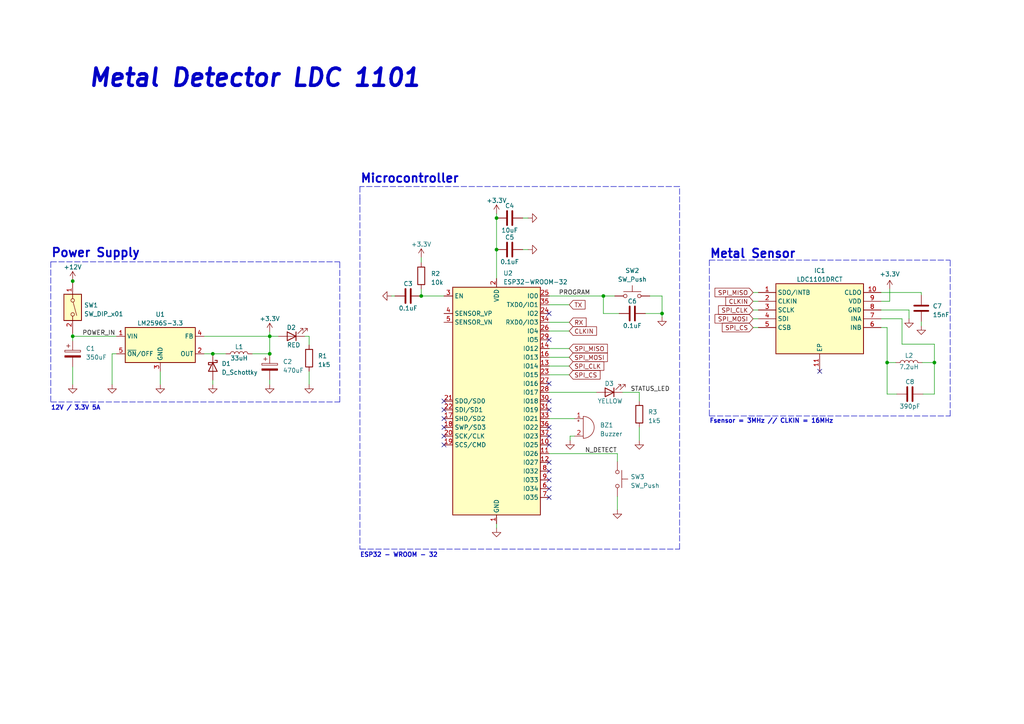
<source format=kicad_sch>
(kicad_sch (version 20230121) (generator eeschema)

  (uuid c9bb4ff0-f433-4f85-aa38-9b433a61b4bd)

  (paper "A4")

  (title_block
    (title "Metal Detector")
    (date "2023-03-20")
    (rev "0.1.0")
    (company "HealthGo Technologies")
    (comment 1 "Inductive Sensor: LDC1101")
  )

  (lib_symbols
    (symbol "Device:Buzzer" (pin_names (offset 0.0254) hide) (in_bom yes) (on_board yes)
      (property "Reference" "BZ" (at 3.81 1.27 0)
        (effects (font (size 1.27 1.27)) (justify left))
      )
      (property "Value" "Buzzer" (at 3.81 -1.27 0)
        (effects (font (size 1.27 1.27)) (justify left))
      )
      (property "Footprint" "" (at -0.635 2.54 90)
        (effects (font (size 1.27 1.27)) hide)
      )
      (property "Datasheet" "~" (at -0.635 2.54 90)
        (effects (font (size 1.27 1.27)) hide)
      )
      (property "ki_keywords" "quartz resonator ceramic" (at 0 0 0)
        (effects (font (size 1.27 1.27)) hide)
      )
      (property "ki_description" "Buzzer, polarized" (at 0 0 0)
        (effects (font (size 1.27 1.27)) hide)
      )
      (property "ki_fp_filters" "*Buzzer*" (at 0 0 0)
        (effects (font (size 1.27 1.27)) hide)
      )
      (symbol "Buzzer_0_1"
        (arc (start 0 -3.175) (mid 3.1612 0) (end 0 3.175)
          (stroke (width 0) (type default))
          (fill (type none))
        )
        (polyline
          (pts
            (xy -1.651 1.905)
            (xy -1.143 1.905)
          )
          (stroke (width 0) (type default))
          (fill (type none))
        )
        (polyline
          (pts
            (xy -1.397 2.159)
            (xy -1.397 1.651)
          )
          (stroke (width 0) (type default))
          (fill (type none))
        )
        (polyline
          (pts
            (xy 0 3.175)
            (xy 0 -3.175)
          )
          (stroke (width 0) (type default))
          (fill (type none))
        )
      )
      (symbol "Buzzer_1_1"
        (pin passive line (at -2.54 2.54 0) (length 2.54)
          (name "-" (effects (font (size 1.27 1.27))))
          (number "1" (effects (font (size 1.27 1.27))))
        )
        (pin passive line (at -2.54 -2.54 0) (length 2.54)
          (name "+" (effects (font (size 1.27 1.27))))
          (number "2" (effects (font (size 1.27 1.27))))
        )
      )
    )
    (symbol "Device:C" (pin_numbers hide) (pin_names (offset 0.254)) (in_bom yes) (on_board yes)
      (property "Reference" "C" (at 0.635 2.54 0)
        (effects (font (size 1.27 1.27)) (justify left))
      )
      (property "Value" "C" (at 0.635 -2.54 0)
        (effects (font (size 1.27 1.27)) (justify left))
      )
      (property "Footprint" "" (at 0.9652 -3.81 0)
        (effects (font (size 1.27 1.27)) hide)
      )
      (property "Datasheet" "~" (at 0 0 0)
        (effects (font (size 1.27 1.27)) hide)
      )
      (property "ki_keywords" "cap capacitor" (at 0 0 0)
        (effects (font (size 1.27 1.27)) hide)
      )
      (property "ki_description" "Unpolarized capacitor" (at 0 0 0)
        (effects (font (size 1.27 1.27)) hide)
      )
      (property "ki_fp_filters" "C_*" (at 0 0 0)
        (effects (font (size 1.27 1.27)) hide)
      )
      (symbol "C_0_1"
        (polyline
          (pts
            (xy -2.032 -0.762)
            (xy 2.032 -0.762)
          )
          (stroke (width 0.508) (type default))
          (fill (type none))
        )
        (polyline
          (pts
            (xy -2.032 0.762)
            (xy 2.032 0.762)
          )
          (stroke (width 0.508) (type default))
          (fill (type none))
        )
      )
      (symbol "C_1_1"
        (pin passive line (at 0 3.81 270) (length 2.794)
          (name "~" (effects (font (size 1.27 1.27))))
          (number "1" (effects (font (size 1.27 1.27))))
        )
        (pin passive line (at 0 -3.81 90) (length 2.794)
          (name "~" (effects (font (size 1.27 1.27))))
          (number "2" (effects (font (size 1.27 1.27))))
        )
      )
    )
    (symbol "Device:C_Polarized" (pin_numbers hide) (pin_names (offset 0.254)) (in_bom yes) (on_board yes)
      (property "Reference" "C" (at 0.635 2.54 0)
        (effects (font (size 1.27 1.27)) (justify left))
      )
      (property "Value" "C_Polarized" (at 0.635 -2.54 0)
        (effects (font (size 1.27 1.27)) (justify left))
      )
      (property "Footprint" "" (at 0.9652 -3.81 0)
        (effects (font (size 1.27 1.27)) hide)
      )
      (property "Datasheet" "~" (at 0 0 0)
        (effects (font (size 1.27 1.27)) hide)
      )
      (property "ki_keywords" "cap capacitor" (at 0 0 0)
        (effects (font (size 1.27 1.27)) hide)
      )
      (property "ki_description" "Polarized capacitor" (at 0 0 0)
        (effects (font (size 1.27 1.27)) hide)
      )
      (property "ki_fp_filters" "CP_*" (at 0 0 0)
        (effects (font (size 1.27 1.27)) hide)
      )
      (symbol "C_Polarized_0_1"
        (rectangle (start -2.286 0.508) (end 2.286 1.016)
          (stroke (width 0) (type default))
          (fill (type none))
        )
        (polyline
          (pts
            (xy -1.778 2.286)
            (xy -0.762 2.286)
          )
          (stroke (width 0) (type default))
          (fill (type none))
        )
        (polyline
          (pts
            (xy -1.27 2.794)
            (xy -1.27 1.778)
          )
          (stroke (width 0) (type default))
          (fill (type none))
        )
        (rectangle (start 2.286 -0.508) (end -2.286 -1.016)
          (stroke (width 0) (type default))
          (fill (type outline))
        )
      )
      (symbol "C_Polarized_1_1"
        (pin passive line (at 0 3.81 270) (length 2.794)
          (name "~" (effects (font (size 1.27 1.27))))
          (number "1" (effects (font (size 1.27 1.27))))
        )
        (pin passive line (at 0 -3.81 90) (length 2.794)
          (name "~" (effects (font (size 1.27 1.27))))
          (number "2" (effects (font (size 1.27 1.27))))
        )
      )
    )
    (symbol "Device:D_Schottky" (pin_numbers hide) (pin_names (offset 1.016) hide) (in_bom yes) (on_board yes)
      (property "Reference" "D" (at 0 2.54 0)
        (effects (font (size 1.27 1.27)))
      )
      (property "Value" "D_Schottky" (at 0 -2.54 0)
        (effects (font (size 1.27 1.27)))
      )
      (property "Footprint" "" (at 0 0 0)
        (effects (font (size 1.27 1.27)) hide)
      )
      (property "Datasheet" "~" (at 0 0 0)
        (effects (font (size 1.27 1.27)) hide)
      )
      (property "ki_keywords" "diode Schottky" (at 0 0 0)
        (effects (font (size 1.27 1.27)) hide)
      )
      (property "ki_description" "Schottky diode" (at 0 0 0)
        (effects (font (size 1.27 1.27)) hide)
      )
      (property "ki_fp_filters" "TO-???* *_Diode_* *SingleDiode* D_*" (at 0 0 0)
        (effects (font (size 1.27 1.27)) hide)
      )
      (symbol "D_Schottky_0_1"
        (polyline
          (pts
            (xy 1.27 0)
            (xy -1.27 0)
          )
          (stroke (width 0) (type default))
          (fill (type none))
        )
        (polyline
          (pts
            (xy 1.27 1.27)
            (xy 1.27 -1.27)
            (xy -1.27 0)
            (xy 1.27 1.27)
          )
          (stroke (width 0.254) (type default))
          (fill (type none))
        )
        (polyline
          (pts
            (xy -1.905 0.635)
            (xy -1.905 1.27)
            (xy -1.27 1.27)
            (xy -1.27 -1.27)
            (xy -0.635 -1.27)
            (xy -0.635 -0.635)
          )
          (stroke (width 0.254) (type default))
          (fill (type none))
        )
      )
      (symbol "D_Schottky_1_1"
        (pin passive line (at -3.81 0 0) (length 2.54)
          (name "K" (effects (font (size 1.27 1.27))))
          (number "1" (effects (font (size 1.27 1.27))))
        )
        (pin passive line (at 3.81 0 180) (length 2.54)
          (name "A" (effects (font (size 1.27 1.27))))
          (number "2" (effects (font (size 1.27 1.27))))
        )
      )
    )
    (symbol "Device:L" (pin_numbers hide) (pin_names (offset 1.016) hide) (in_bom yes) (on_board yes)
      (property "Reference" "L" (at -1.27 0 90)
        (effects (font (size 1.27 1.27)))
      )
      (property "Value" "L" (at 1.905 0 90)
        (effects (font (size 1.27 1.27)))
      )
      (property "Footprint" "" (at 0 0 0)
        (effects (font (size 1.27 1.27)) hide)
      )
      (property "Datasheet" "~" (at 0 0 0)
        (effects (font (size 1.27 1.27)) hide)
      )
      (property "ki_keywords" "inductor choke coil reactor magnetic" (at 0 0 0)
        (effects (font (size 1.27 1.27)) hide)
      )
      (property "ki_description" "Inductor" (at 0 0 0)
        (effects (font (size 1.27 1.27)) hide)
      )
      (property "ki_fp_filters" "Choke_* *Coil* Inductor_* L_*" (at 0 0 0)
        (effects (font (size 1.27 1.27)) hide)
      )
      (symbol "L_0_1"
        (arc (start 0 -2.54) (mid 0.6323 -1.905) (end 0 -1.27)
          (stroke (width 0) (type default))
          (fill (type none))
        )
        (arc (start 0 -1.27) (mid 0.6323 -0.635) (end 0 0)
          (stroke (width 0) (type default))
          (fill (type none))
        )
        (arc (start 0 0) (mid 0.6323 0.635) (end 0 1.27)
          (stroke (width 0) (type default))
          (fill (type none))
        )
        (arc (start 0 1.27) (mid 0.6323 1.905) (end 0 2.54)
          (stroke (width 0) (type default))
          (fill (type none))
        )
      )
      (symbol "L_1_1"
        (pin passive line (at 0 3.81 270) (length 1.27)
          (name "1" (effects (font (size 1.27 1.27))))
          (number "1" (effects (font (size 1.27 1.27))))
        )
        (pin passive line (at 0 -3.81 90) (length 1.27)
          (name "2" (effects (font (size 1.27 1.27))))
          (number "2" (effects (font (size 1.27 1.27))))
        )
      )
    )
    (symbol "Device:LED" (pin_numbers hide) (pin_names (offset 1.016) hide) (in_bom yes) (on_board yes)
      (property "Reference" "D" (at 0 2.54 0)
        (effects (font (size 1.27 1.27)))
      )
      (property "Value" "LED" (at 0 -2.54 0)
        (effects (font (size 1.27 1.27)))
      )
      (property "Footprint" "" (at 0 0 0)
        (effects (font (size 1.27 1.27)) hide)
      )
      (property "Datasheet" "~" (at 0 0 0)
        (effects (font (size 1.27 1.27)) hide)
      )
      (property "ki_keywords" "LED diode" (at 0 0 0)
        (effects (font (size 1.27 1.27)) hide)
      )
      (property "ki_description" "Light emitting diode" (at 0 0 0)
        (effects (font (size 1.27 1.27)) hide)
      )
      (property "ki_fp_filters" "LED* LED_SMD:* LED_THT:*" (at 0 0 0)
        (effects (font (size 1.27 1.27)) hide)
      )
      (symbol "LED_0_1"
        (polyline
          (pts
            (xy -1.27 -1.27)
            (xy -1.27 1.27)
          )
          (stroke (width 0.254) (type default))
          (fill (type none))
        )
        (polyline
          (pts
            (xy -1.27 0)
            (xy 1.27 0)
          )
          (stroke (width 0) (type default))
          (fill (type none))
        )
        (polyline
          (pts
            (xy 1.27 -1.27)
            (xy 1.27 1.27)
            (xy -1.27 0)
            (xy 1.27 -1.27)
          )
          (stroke (width 0.254) (type default))
          (fill (type none))
        )
        (polyline
          (pts
            (xy -3.048 -0.762)
            (xy -4.572 -2.286)
            (xy -3.81 -2.286)
            (xy -4.572 -2.286)
            (xy -4.572 -1.524)
          )
          (stroke (width 0) (type default))
          (fill (type none))
        )
        (polyline
          (pts
            (xy -1.778 -0.762)
            (xy -3.302 -2.286)
            (xy -2.54 -2.286)
            (xy -3.302 -2.286)
            (xy -3.302 -1.524)
          )
          (stroke (width 0) (type default))
          (fill (type none))
        )
      )
      (symbol "LED_1_1"
        (pin passive line (at -3.81 0 0) (length 2.54)
          (name "K" (effects (font (size 1.27 1.27))))
          (number "1" (effects (font (size 1.27 1.27))))
        )
        (pin passive line (at 3.81 0 180) (length 2.54)
          (name "A" (effects (font (size 1.27 1.27))))
          (number "2" (effects (font (size 1.27 1.27))))
        )
      )
    )
    (symbol "Device:R" (pin_numbers hide) (pin_names (offset 0)) (in_bom yes) (on_board yes)
      (property "Reference" "R" (at 2.032 0 90)
        (effects (font (size 1.27 1.27)))
      )
      (property "Value" "R" (at 0 0 90)
        (effects (font (size 1.27 1.27)))
      )
      (property "Footprint" "" (at -1.778 0 90)
        (effects (font (size 1.27 1.27)) hide)
      )
      (property "Datasheet" "~" (at 0 0 0)
        (effects (font (size 1.27 1.27)) hide)
      )
      (property "ki_keywords" "R res resistor" (at 0 0 0)
        (effects (font (size 1.27 1.27)) hide)
      )
      (property "ki_description" "Resistor" (at 0 0 0)
        (effects (font (size 1.27 1.27)) hide)
      )
      (property "ki_fp_filters" "R_*" (at 0 0 0)
        (effects (font (size 1.27 1.27)) hide)
      )
      (symbol "R_0_1"
        (rectangle (start -1.016 -2.54) (end 1.016 2.54)
          (stroke (width 0.254) (type default))
          (fill (type none))
        )
      )
      (symbol "R_1_1"
        (pin passive line (at 0 3.81 270) (length 1.27)
          (name "~" (effects (font (size 1.27 1.27))))
          (number "1" (effects (font (size 1.27 1.27))))
        )
        (pin passive line (at 0 -3.81 90) (length 1.27)
          (name "~" (effects (font (size 1.27 1.27))))
          (number "2" (effects (font (size 1.27 1.27))))
        )
      )
    )
    (symbol "LDC1101DRCT:LDC1101DRCT" (in_bom yes) (on_board yes)
      (property "Reference" "IC" (at 31.75 7.62 0)
        (effects (font (size 1.27 1.27)) (justify left top))
      )
      (property "Value" "LDC1101DRCT" (at 31.75 5.08 0)
        (effects (font (size 1.27 1.27)) (justify left top))
      )
      (property "Footprint" "SON50P300X300X100-11N-D" (at 31.75 -94.92 0)
        (effects (font (size 1.27 1.27)) (justify left top) hide)
      )
      (property "Datasheet" "http://www.ti.com/lit/ds/symlink/ldc1101.pdf" (at 31.75 -194.92 0)
        (effects (font (size 1.27 1.27)) (justify left top) hide)
      )
      (property "Height" "1" (at 31.75 -394.92 0)
        (effects (font (size 1.27 1.27)) (justify left top) hide)
      )
      (property "Mouser Part Number" "595-LDC1101DRCT" (at 31.75 -494.92 0)
        (effects (font (size 1.27 1.27)) (justify left top) hide)
      )
      (property "Mouser Price/Stock" "https://www.mouser.co.uk/ProductDetail/Texas-Instruments/LDC1101DRCT?qs=GJ%2F2ZGcr5uMtJtqECF0ueg%3D%3D" (at 31.75 -594.92 0)
        (effects (font (size 1.27 1.27)) (justify left top) hide)
      )
      (property "Manufacturer_Name" "Texas Instruments" (at 31.75 -694.92 0)
        (effects (font (size 1.27 1.27)) (justify left top) hide)
      )
      (property "Manufacturer_Part_Number" "LDC1101DRCT" (at 31.75 -794.92 0)
        (effects (font (size 1.27 1.27)) (justify left top) hide)
      )
      (property "ki_description" "TEXAS INSTRUMENTS - LDC1101DRCT - INDUCTANCE TO DIGITAL CONV, SPI, VSON-10" (at 0 0 0)
        (effects (font (size 1.27 1.27)) hide)
      )
      (symbol "LDC1101DRCT_1_1"
        (rectangle (start 5.08 2.54) (end 30.48 -17.78)
          (stroke (width 0.254) (type default))
          (fill (type background))
        )
        (pin passive line (at 0 0 0) (length 5.08)
          (name "SDO/INTB" (effects (font (size 1.27 1.27))))
          (number "1" (effects (font (size 1.27 1.27))))
        )
        (pin passive line (at 35.56 0 180) (length 5.08)
          (name "CLDO" (effects (font (size 1.27 1.27))))
          (number "10" (effects (font (size 1.27 1.27))))
        )
        (pin passive line (at 17.78 -22.86 90) (length 5.08)
          (name "EP" (effects (font (size 1.27 1.27))))
          (number "11" (effects (font (size 1.27 1.27))))
        )
        (pin passive line (at 0 -2.54 0) (length 5.08)
          (name "CLKIN" (effects (font (size 1.27 1.27))))
          (number "2" (effects (font (size 1.27 1.27))))
        )
        (pin passive line (at 0 -5.08 0) (length 5.08)
          (name "SCLK" (effects (font (size 1.27 1.27))))
          (number "3" (effects (font (size 1.27 1.27))))
        )
        (pin passive line (at 0 -7.62 0) (length 5.08)
          (name "SDI" (effects (font (size 1.27 1.27))))
          (number "4" (effects (font (size 1.27 1.27))))
        )
        (pin passive line (at 0 -10.16 0) (length 5.08)
          (name "CSB" (effects (font (size 1.27 1.27))))
          (number "5" (effects (font (size 1.27 1.27))))
        )
        (pin passive line (at 35.56 -10.16 180) (length 5.08)
          (name "INB" (effects (font (size 1.27 1.27))))
          (number "6" (effects (font (size 1.27 1.27))))
        )
        (pin passive line (at 35.56 -7.62 180) (length 5.08)
          (name "INA" (effects (font (size 1.27 1.27))))
          (number "7" (effects (font (size 1.27 1.27))))
        )
        (pin passive line (at 35.56 -5.08 180) (length 5.08)
          (name "GND" (effects (font (size 1.27 1.27))))
          (number "8" (effects (font (size 1.27 1.27))))
        )
        (pin passive line (at 35.56 -2.54 180) (length 5.08)
          (name "VDD" (effects (font (size 1.27 1.27))))
          (number "9" (effects (font (size 1.27 1.27))))
        )
      )
    )
    (symbol "RF_Module:ESP32-WROOM-32" (in_bom yes) (on_board yes)
      (property "Reference" "U" (at -12.7 34.29 0)
        (effects (font (size 1.27 1.27)) (justify left))
      )
      (property "Value" "ESP32-WROOM-32" (at 1.27 34.29 0)
        (effects (font (size 1.27 1.27)) (justify left))
      )
      (property "Footprint" "RF_Module:ESP32-WROOM-32" (at 0 -38.1 0)
        (effects (font (size 1.27 1.27)) hide)
      )
      (property "Datasheet" "https://www.espressif.com/sites/default/files/documentation/esp32-wroom-32_datasheet_en.pdf" (at -7.62 1.27 0)
        (effects (font (size 1.27 1.27)) hide)
      )
      (property "ki_keywords" "RF Radio BT ESP ESP32 Espressif onboard PCB antenna" (at 0 0 0)
        (effects (font (size 1.27 1.27)) hide)
      )
      (property "ki_description" "RF Module, ESP32-D0WDQ6 SoC, Wi-Fi 802.11b/g/n, Bluetooth, BLE, 32-bit, 2.7-3.6V, onboard antenna, SMD" (at 0 0 0)
        (effects (font (size 1.27 1.27)) hide)
      )
      (property "ki_fp_filters" "ESP32?WROOM?32*" (at 0 0 0)
        (effects (font (size 1.27 1.27)) hide)
      )
      (symbol "ESP32-WROOM-32_0_1"
        (rectangle (start -12.7 33.02) (end 12.7 -33.02)
          (stroke (width 0.254) (type default))
          (fill (type background))
        )
      )
      (symbol "ESP32-WROOM-32_1_1"
        (pin power_in line (at 0 -35.56 90) (length 2.54)
          (name "GND" (effects (font (size 1.27 1.27))))
          (number "1" (effects (font (size 1.27 1.27))))
        )
        (pin bidirectional line (at 15.24 -12.7 180) (length 2.54)
          (name "IO25" (effects (font (size 1.27 1.27))))
          (number "10" (effects (font (size 1.27 1.27))))
        )
        (pin bidirectional line (at 15.24 -15.24 180) (length 2.54)
          (name "IO26" (effects (font (size 1.27 1.27))))
          (number "11" (effects (font (size 1.27 1.27))))
        )
        (pin bidirectional line (at 15.24 -17.78 180) (length 2.54)
          (name "IO27" (effects (font (size 1.27 1.27))))
          (number "12" (effects (font (size 1.27 1.27))))
        )
        (pin bidirectional line (at 15.24 10.16 180) (length 2.54)
          (name "IO14" (effects (font (size 1.27 1.27))))
          (number "13" (effects (font (size 1.27 1.27))))
        )
        (pin bidirectional line (at 15.24 15.24 180) (length 2.54)
          (name "IO12" (effects (font (size 1.27 1.27))))
          (number "14" (effects (font (size 1.27 1.27))))
        )
        (pin passive line (at 0 -35.56 90) (length 2.54) hide
          (name "GND" (effects (font (size 1.27 1.27))))
          (number "15" (effects (font (size 1.27 1.27))))
        )
        (pin bidirectional line (at 15.24 12.7 180) (length 2.54)
          (name "IO13" (effects (font (size 1.27 1.27))))
          (number "16" (effects (font (size 1.27 1.27))))
        )
        (pin bidirectional line (at -15.24 -5.08 0) (length 2.54)
          (name "SHD/SD2" (effects (font (size 1.27 1.27))))
          (number "17" (effects (font (size 1.27 1.27))))
        )
        (pin bidirectional line (at -15.24 -7.62 0) (length 2.54)
          (name "SWP/SD3" (effects (font (size 1.27 1.27))))
          (number "18" (effects (font (size 1.27 1.27))))
        )
        (pin bidirectional line (at -15.24 -12.7 0) (length 2.54)
          (name "SCS/CMD" (effects (font (size 1.27 1.27))))
          (number "19" (effects (font (size 1.27 1.27))))
        )
        (pin power_in line (at 0 35.56 270) (length 2.54)
          (name "VDD" (effects (font (size 1.27 1.27))))
          (number "2" (effects (font (size 1.27 1.27))))
        )
        (pin bidirectional line (at -15.24 -10.16 0) (length 2.54)
          (name "SCK/CLK" (effects (font (size 1.27 1.27))))
          (number "20" (effects (font (size 1.27 1.27))))
        )
        (pin bidirectional line (at -15.24 0 0) (length 2.54)
          (name "SDO/SD0" (effects (font (size 1.27 1.27))))
          (number "21" (effects (font (size 1.27 1.27))))
        )
        (pin bidirectional line (at -15.24 -2.54 0) (length 2.54)
          (name "SDI/SD1" (effects (font (size 1.27 1.27))))
          (number "22" (effects (font (size 1.27 1.27))))
        )
        (pin bidirectional line (at 15.24 7.62 180) (length 2.54)
          (name "IO15" (effects (font (size 1.27 1.27))))
          (number "23" (effects (font (size 1.27 1.27))))
        )
        (pin bidirectional line (at 15.24 25.4 180) (length 2.54)
          (name "IO2" (effects (font (size 1.27 1.27))))
          (number "24" (effects (font (size 1.27 1.27))))
        )
        (pin bidirectional line (at 15.24 30.48 180) (length 2.54)
          (name "IO0" (effects (font (size 1.27 1.27))))
          (number "25" (effects (font (size 1.27 1.27))))
        )
        (pin bidirectional line (at 15.24 20.32 180) (length 2.54)
          (name "IO4" (effects (font (size 1.27 1.27))))
          (number "26" (effects (font (size 1.27 1.27))))
        )
        (pin bidirectional line (at 15.24 5.08 180) (length 2.54)
          (name "IO16" (effects (font (size 1.27 1.27))))
          (number "27" (effects (font (size 1.27 1.27))))
        )
        (pin bidirectional line (at 15.24 2.54 180) (length 2.54)
          (name "IO17" (effects (font (size 1.27 1.27))))
          (number "28" (effects (font (size 1.27 1.27))))
        )
        (pin bidirectional line (at 15.24 17.78 180) (length 2.54)
          (name "IO5" (effects (font (size 1.27 1.27))))
          (number "29" (effects (font (size 1.27 1.27))))
        )
        (pin input line (at -15.24 30.48 0) (length 2.54)
          (name "EN" (effects (font (size 1.27 1.27))))
          (number "3" (effects (font (size 1.27 1.27))))
        )
        (pin bidirectional line (at 15.24 0 180) (length 2.54)
          (name "IO18" (effects (font (size 1.27 1.27))))
          (number "30" (effects (font (size 1.27 1.27))))
        )
        (pin bidirectional line (at 15.24 -2.54 180) (length 2.54)
          (name "IO19" (effects (font (size 1.27 1.27))))
          (number "31" (effects (font (size 1.27 1.27))))
        )
        (pin no_connect line (at -12.7 -27.94 0) (length 2.54) hide
          (name "NC" (effects (font (size 1.27 1.27))))
          (number "32" (effects (font (size 1.27 1.27))))
        )
        (pin bidirectional line (at 15.24 -5.08 180) (length 2.54)
          (name "IO21" (effects (font (size 1.27 1.27))))
          (number "33" (effects (font (size 1.27 1.27))))
        )
        (pin bidirectional line (at 15.24 22.86 180) (length 2.54)
          (name "RXD0/IO3" (effects (font (size 1.27 1.27))))
          (number "34" (effects (font (size 1.27 1.27))))
        )
        (pin bidirectional line (at 15.24 27.94 180) (length 2.54)
          (name "TXD0/IO1" (effects (font (size 1.27 1.27))))
          (number "35" (effects (font (size 1.27 1.27))))
        )
        (pin bidirectional line (at 15.24 -7.62 180) (length 2.54)
          (name "IO22" (effects (font (size 1.27 1.27))))
          (number "36" (effects (font (size 1.27 1.27))))
        )
        (pin bidirectional line (at 15.24 -10.16 180) (length 2.54)
          (name "IO23" (effects (font (size 1.27 1.27))))
          (number "37" (effects (font (size 1.27 1.27))))
        )
        (pin passive line (at 0 -35.56 90) (length 2.54) hide
          (name "GND" (effects (font (size 1.27 1.27))))
          (number "38" (effects (font (size 1.27 1.27))))
        )
        (pin passive line (at 0 -35.56 90) (length 2.54) hide
          (name "GND" (effects (font (size 1.27 1.27))))
          (number "39" (effects (font (size 1.27 1.27))))
        )
        (pin input line (at -15.24 25.4 0) (length 2.54)
          (name "SENSOR_VP" (effects (font (size 1.27 1.27))))
          (number "4" (effects (font (size 1.27 1.27))))
        )
        (pin input line (at -15.24 22.86 0) (length 2.54)
          (name "SENSOR_VN" (effects (font (size 1.27 1.27))))
          (number "5" (effects (font (size 1.27 1.27))))
        )
        (pin input line (at 15.24 -25.4 180) (length 2.54)
          (name "IO34" (effects (font (size 1.27 1.27))))
          (number "6" (effects (font (size 1.27 1.27))))
        )
        (pin input line (at 15.24 -27.94 180) (length 2.54)
          (name "IO35" (effects (font (size 1.27 1.27))))
          (number "7" (effects (font (size 1.27 1.27))))
        )
        (pin bidirectional line (at 15.24 -20.32 180) (length 2.54)
          (name "IO32" (effects (font (size 1.27 1.27))))
          (number "8" (effects (font (size 1.27 1.27))))
        )
        (pin bidirectional line (at 15.24 -22.86 180) (length 2.54)
          (name "IO33" (effects (font (size 1.27 1.27))))
          (number "9" (effects (font (size 1.27 1.27))))
        )
      )
    )
    (symbol "Regulator_Switching:LM2596S-3.3" (in_bom yes) (on_board yes)
      (property "Reference" "U" (at -10.16 6.35 0)
        (effects (font (size 1.27 1.27)) (justify left))
      )
      (property "Value" "LM2596S-3.3" (at 0 6.35 0)
        (effects (font (size 1.27 1.27)) (justify left))
      )
      (property "Footprint" "Package_TO_SOT_SMD:TO-263-5_TabPin3" (at 1.27 -6.35 0)
        (effects (font (size 1.27 1.27) italic) (justify left) hide)
      )
      (property "Datasheet" "http://www.ti.com/lit/ds/symlink/lm2596.pdf" (at 0 0 0)
        (effects (font (size 1.27 1.27)) hide)
      )
      (property "ki_keywords" "Step-Down Voltage Regulator 3.3V 3A" (at 0 0 0)
        (effects (font (size 1.27 1.27)) hide)
      )
      (property "ki_description" "3.3V 3A Step-Down Voltage Regulator, TO-263" (at 0 0 0)
        (effects (font (size 1.27 1.27)) hide)
      )
      (property "ki_fp_filters" "TO?263*" (at 0 0 0)
        (effects (font (size 1.27 1.27)) hide)
      )
      (symbol "LM2596S-3.3_0_1"
        (rectangle (start -10.16 5.08) (end 10.16 -5.08)
          (stroke (width 0.254) (type default))
          (fill (type background))
        )
      )
      (symbol "LM2596S-3.3_1_1"
        (pin power_in line (at -12.7 2.54 0) (length 2.54)
          (name "VIN" (effects (font (size 1.27 1.27))))
          (number "1" (effects (font (size 1.27 1.27))))
        )
        (pin output line (at 12.7 -2.54 180) (length 2.54)
          (name "OUT" (effects (font (size 1.27 1.27))))
          (number "2" (effects (font (size 1.27 1.27))))
        )
        (pin power_in line (at 0 -7.62 90) (length 2.54)
          (name "GND" (effects (font (size 1.27 1.27))))
          (number "3" (effects (font (size 1.27 1.27))))
        )
        (pin input line (at 12.7 2.54 180) (length 2.54)
          (name "FB" (effects (font (size 1.27 1.27))))
          (number "4" (effects (font (size 1.27 1.27))))
        )
        (pin input line (at -12.7 -2.54 0) (length 2.54)
          (name "~{ON}/OFF" (effects (font (size 1.27 1.27))))
          (number "5" (effects (font (size 1.27 1.27))))
        )
      )
    )
    (symbol "Switch:SW_DIP_x01" (pin_names (offset 0) hide) (in_bom yes) (on_board yes)
      (property "Reference" "SW" (at 0 3.81 0)
        (effects (font (size 1.27 1.27)))
      )
      (property "Value" "SW_DIP_x01" (at 0 -3.81 0)
        (effects (font (size 1.27 1.27)))
      )
      (property "Footprint" "" (at 0 0 0)
        (effects (font (size 1.27 1.27)) hide)
      )
      (property "Datasheet" "~" (at 0 0 0)
        (effects (font (size 1.27 1.27)) hide)
      )
      (property "ki_keywords" "dip switch" (at 0 0 0)
        (effects (font (size 1.27 1.27)) hide)
      )
      (property "ki_description" "1x DIP Switch, Single Pole Single Throw (SPST) switch, small symbol" (at 0 0 0)
        (effects (font (size 1.27 1.27)) hide)
      )
      (property "ki_fp_filters" "SW?DIP?x1*" (at 0 0 0)
        (effects (font (size 1.27 1.27)) hide)
      )
      (symbol "SW_DIP_x01_0_0"
        (circle (center -2.032 0) (radius 0.508)
          (stroke (width 0) (type default))
          (fill (type none))
        )
        (polyline
          (pts
            (xy -1.524 0.127)
            (xy 2.3622 1.1684)
          )
          (stroke (width 0) (type default))
          (fill (type none))
        )
        (circle (center 2.032 0) (radius 0.508)
          (stroke (width 0) (type default))
          (fill (type none))
        )
      )
      (symbol "SW_DIP_x01_0_1"
        (rectangle (start -3.81 2.54) (end 3.81 -2.54)
          (stroke (width 0.254) (type default))
          (fill (type background))
        )
      )
      (symbol "SW_DIP_x01_1_1"
        (pin passive line (at -7.62 0 0) (length 5.08)
          (name "~" (effects (font (size 1.27 1.27))))
          (number "1" (effects (font (size 1.27 1.27))))
        )
        (pin passive line (at 7.62 0 180) (length 5.08)
          (name "~" (effects (font (size 1.27 1.27))))
          (number "2" (effects (font (size 1.27 1.27))))
        )
      )
    )
    (symbol "Switch:SW_Push" (pin_numbers hide) (pin_names (offset 1.016) hide) (in_bom yes) (on_board yes)
      (property "Reference" "SW" (at 1.27 2.54 0)
        (effects (font (size 1.27 1.27)) (justify left))
      )
      (property "Value" "SW_Push" (at 0 -1.524 0)
        (effects (font (size 1.27 1.27)))
      )
      (property "Footprint" "" (at 0 5.08 0)
        (effects (font (size 1.27 1.27)) hide)
      )
      (property "Datasheet" "~" (at 0 5.08 0)
        (effects (font (size 1.27 1.27)) hide)
      )
      (property "ki_keywords" "switch normally-open pushbutton push-button" (at 0 0 0)
        (effects (font (size 1.27 1.27)) hide)
      )
      (property "ki_description" "Push button switch, generic, two pins" (at 0 0 0)
        (effects (font (size 1.27 1.27)) hide)
      )
      (symbol "SW_Push_0_1"
        (circle (center -2.032 0) (radius 0.508)
          (stroke (width 0) (type default))
          (fill (type none))
        )
        (polyline
          (pts
            (xy 0 1.27)
            (xy 0 3.048)
          )
          (stroke (width 0) (type default))
          (fill (type none))
        )
        (polyline
          (pts
            (xy 2.54 1.27)
            (xy -2.54 1.27)
          )
          (stroke (width 0) (type default))
          (fill (type none))
        )
        (circle (center 2.032 0) (radius 0.508)
          (stroke (width 0) (type default))
          (fill (type none))
        )
        (pin passive line (at -5.08 0 0) (length 2.54)
          (name "1" (effects (font (size 1.27 1.27))))
          (number "1" (effects (font (size 1.27 1.27))))
        )
        (pin passive line (at 5.08 0 180) (length 2.54)
          (name "2" (effects (font (size 1.27 1.27))))
          (number "2" (effects (font (size 1.27 1.27))))
        )
      )
    )
    (symbol "power:+12V" (power) (pin_names (offset 0)) (in_bom yes) (on_board yes)
      (property "Reference" "#PWR" (at 0 -3.81 0)
        (effects (font (size 1.27 1.27)) hide)
      )
      (property "Value" "+12V" (at 0 3.556 0)
        (effects (font (size 1.27 1.27)))
      )
      (property "Footprint" "" (at 0 0 0)
        (effects (font (size 1.27 1.27)) hide)
      )
      (property "Datasheet" "" (at 0 0 0)
        (effects (font (size 1.27 1.27)) hide)
      )
      (property "ki_keywords" "global power" (at 0 0 0)
        (effects (font (size 1.27 1.27)) hide)
      )
      (property "ki_description" "Power symbol creates a global label with name \"+12V\"" (at 0 0 0)
        (effects (font (size 1.27 1.27)) hide)
      )
      (symbol "+12V_0_1"
        (polyline
          (pts
            (xy -0.762 1.27)
            (xy 0 2.54)
          )
          (stroke (width 0) (type default))
          (fill (type none))
        )
        (polyline
          (pts
            (xy 0 0)
            (xy 0 2.54)
          )
          (stroke (width 0) (type default))
          (fill (type none))
        )
        (polyline
          (pts
            (xy 0 2.54)
            (xy 0.762 1.27)
          )
          (stroke (width 0) (type default))
          (fill (type none))
        )
      )
      (symbol "+12V_1_1"
        (pin power_in line (at 0 0 90) (length 0) hide
          (name "+12V" (effects (font (size 1.27 1.27))))
          (number "1" (effects (font (size 1.27 1.27))))
        )
      )
    )
    (symbol "power:+3.3V" (power) (pin_names (offset 0)) (in_bom yes) (on_board yes)
      (property "Reference" "#PWR" (at 0 -3.81 0)
        (effects (font (size 1.27 1.27)) hide)
      )
      (property "Value" "+3.3V" (at 0 3.556 0)
        (effects (font (size 1.27 1.27)))
      )
      (property "Footprint" "" (at 0 0 0)
        (effects (font (size 1.27 1.27)) hide)
      )
      (property "Datasheet" "" (at 0 0 0)
        (effects (font (size 1.27 1.27)) hide)
      )
      (property "ki_keywords" "global power" (at 0 0 0)
        (effects (font (size 1.27 1.27)) hide)
      )
      (property "ki_description" "Power symbol creates a global label with name \"+3.3V\"" (at 0 0 0)
        (effects (font (size 1.27 1.27)) hide)
      )
      (symbol "+3.3V_0_1"
        (polyline
          (pts
            (xy -0.762 1.27)
            (xy 0 2.54)
          )
          (stroke (width 0) (type default))
          (fill (type none))
        )
        (polyline
          (pts
            (xy 0 0)
            (xy 0 2.54)
          )
          (stroke (width 0) (type default))
          (fill (type none))
        )
        (polyline
          (pts
            (xy 0 2.54)
            (xy 0.762 1.27)
          )
          (stroke (width 0) (type default))
          (fill (type none))
        )
      )
      (symbol "+3.3V_1_1"
        (pin power_in line (at 0 0 90) (length 0) hide
          (name "+3.3V" (effects (font (size 1.27 1.27))))
          (number "1" (effects (font (size 1.27 1.27))))
        )
      )
    )
    (symbol "power:GND" (power) (pin_names (offset 0)) (in_bom yes) (on_board yes)
      (property "Reference" "#PWR" (at 0 -6.35 0)
        (effects (font (size 1.27 1.27)) hide)
      )
      (property "Value" "GND" (at 0 -3.81 0)
        (effects (font (size 1.27 1.27)))
      )
      (property "Footprint" "" (at 0 0 0)
        (effects (font (size 1.27 1.27)) hide)
      )
      (property "Datasheet" "" (at 0 0 0)
        (effects (font (size 1.27 1.27)) hide)
      )
      (property "ki_keywords" "global power" (at 0 0 0)
        (effects (font (size 1.27 1.27)) hide)
      )
      (property "ki_description" "Power symbol creates a global label with name \"GND\" , ground" (at 0 0 0)
        (effects (font (size 1.27 1.27)) hide)
      )
      (symbol "GND_0_1"
        (polyline
          (pts
            (xy 0 0)
            (xy 0 -1.27)
            (xy 1.27 -1.27)
            (xy 0 -2.54)
            (xy -1.27 -1.27)
            (xy 0 -1.27)
          )
          (stroke (width 0) (type default))
          (fill (type none))
        )
      )
      (symbol "GND_1_1"
        (pin power_in line (at 0 0 270) (length 0) hide
          (name "GND" (effects (font (size 1.27 1.27))))
          (number "1" (effects (font (size 1.27 1.27))))
        )
      )
    )
  )

  (junction (at 21.082 81.534) (diameter 0) (color 0 0 0 0)
    (uuid 0170a772-b2c8-419a-a0c6-9f31aa2a1080)
  )
  (junction (at 192.024 90.932) (diameter 0) (color 0 0 0 0)
    (uuid 0734b738-b54b-4d53-ba54-2748d65d1947)
  )
  (junction (at 61.722 102.616) (diameter 0) (color 0 0 0 0)
    (uuid 1eb3c20b-7b96-49db-9833-2e38b71d7a08)
  )
  (junction (at 175.006 85.852) (diameter 0) (color 0 0 0 0)
    (uuid 3a404fd5-ab4e-42de-9728-a2c8bc326153)
  )
  (junction (at 144.018 63.246) (diameter 0) (color 0 0 0 0)
    (uuid 608aab6d-fb78-43b5-8d0f-b81060df45f4)
  )
  (junction (at 122.174 85.852) (diameter 0) (color 0 0 0 0)
    (uuid 60a6eba0-b89e-4da7-906e-76b4de51096b)
  )
  (junction (at 21.082 97.536) (diameter 0) (color 0 0 0 0)
    (uuid 663e05e6-2662-4ac4-8b26-6c82023949da)
  )
  (junction (at 78.232 97.536) (diameter 0) (color 0 0 0 0)
    (uuid 70e2aad3-0132-432b-a0c6-ef324e87deaf)
  )
  (junction (at 144.018 72.39) (diameter 0) (color 0 0 0 0)
    (uuid 880941bf-7a8d-4bc9-b2dc-811225c62715)
  )
  (junction (at 257.302 105.156) (diameter 0) (color 0 0 0 0)
    (uuid 91ce8532-834c-47bc-81de-671ceb4b1b1d)
  )
  (junction (at 271.018 105.156) (diameter 0) (color 0 0 0 0)
    (uuid d4a90ddd-eaca-475a-9c45-b29b82d160d8)
  )
  (junction (at 78.232 102.616) (diameter 0) (color 0 0 0 0)
    (uuid f879f35b-e551-4976-a596-e3c2df2201fc)
  )

  (no_connect (at 128.778 126.492) (uuid 04e84748-6185-4d3b-8246-feccde9a9a8e))
  (no_connect (at 159.258 141.732) (uuid 0d389e4b-8e6a-41a9-94bf-c10fa728d4ff))
  (no_connect (at 128.778 129.032) (uuid 1a432f82-fde1-45fd-9f2d-4c24c23357df))
  (no_connect (at 159.258 134.112) (uuid 311a80d4-0dbd-477e-9412-41896ccc2a8c))
  (no_connect (at 159.258 144.272) (uuid 371b5bd7-15b1-4ced-b5ee-5260c3e44aaa))
  (no_connect (at 159.258 123.952) (uuid 3dc2f811-b2a0-4f58-a7a0-e6a47b2759db))
  (no_connect (at 128.778 121.412) (uuid 3f4be593-93b8-4a9e-9bfc-aec932ff2682))
  (no_connect (at 159.258 136.652) (uuid 42b8d3ee-c4bd-4e5d-b94c-d2349316ff46))
  (no_connect (at 128.778 118.872) (uuid 5b3a10d0-699d-4ee7-ae64-d2c7da86ed77))
  (no_connect (at 159.258 126.492) (uuid 87c35c4a-3642-4301-ac97-70aeb96f9944))
  (no_connect (at 237.744 107.696) (uuid 8baadb93-17ca-4c36-baaf-8d9bdc32e68c))
  (no_connect (at 159.258 118.872) (uuid a9b5af8a-1d32-44d8-ba02-e1ecb2ff016c))
  (no_connect (at 128.778 123.952) (uuid afc40694-6dfd-444f-b48a-917e5f081b60))
  (no_connect (at 159.258 129.032) (uuid b657682d-fc0a-44a8-890c-12a618b6bfbb))
  (no_connect (at 159.258 90.932) (uuid b6d69b0f-2729-468e-b45e-9400e5d8f924))
  (no_connect (at 159.258 139.192) (uuid bb277b69-2fc7-4532-a75c-ead8c449ee27))
  (no_connect (at 159.258 111.252) (uuid cf275f48-1f7e-40b8-9c9e-1768574747d6))
  (no_connect (at 159.258 98.552) (uuid dc12e12c-1f48-4b72-a94a-0b1d10b09751))
  (no_connect (at 159.258 116.332) (uuid eb41f796-d14f-49f4-8237-2fdd43ff0620))
  (no_connect (at 128.778 116.332) (uuid f816ed6a-6325-4e79-b30c-c509e0ac957f))

  (wire (pts (xy 89.662 107.696) (xy 89.662 111.506))
    (stroke (width 0) (type default))
    (uuid 03920289-b8c2-4748-a4d6-0f5de605afb8)
  )
  (wire (pts (xy 21.082 97.536) (xy 21.082 98.806))
    (stroke (width 0) (type default))
    (uuid 09e770ae-927d-4667-8ad1-642c86f45166)
  )
  (wire (pts (xy 89.662 97.536) (xy 89.662 100.076))
    (stroke (width 0) (type default))
    (uuid 0b41a257-12c6-4f3b-b22e-c650dd67caa2)
  )
  (polyline (pts (xy 98.552 116.586) (xy 98.552 75.946))
    (stroke (width 0) (type dash))
    (uuid 0bcd3e7f-7e8e-4f4b-8a58-92a07f7ba680)
  )

  (wire (pts (xy 46.482 107.696) (xy 46.482 111.506))
    (stroke (width 0) (type default))
    (uuid 16d669c2-7344-4187-a57e-3409300002a7)
  )
  (polyline (pts (xy 14.732 116.586) (xy 98.552 116.586))
    (stroke (width 0) (type dash))
    (uuid 1a995ffb-71da-44bb-882d-4c24daef7c91)
  )

  (wire (pts (xy 185.42 123.952) (xy 185.42 127.762))
    (stroke (width 0) (type default))
    (uuid 1ab11cb4-41f1-4730-933f-d5ec69d81789)
  )
  (wire (pts (xy 179.07 131.572) (xy 179.07 133.858))
    (stroke (width 0) (type default))
    (uuid 1bf6c2ff-eb91-40d3-b14f-e7e681e83f76)
  )
  (wire (pts (xy 32.512 102.616) (xy 32.512 111.506))
    (stroke (width 0) (type default))
    (uuid 1d2cb3ed-1443-4681-999b-986884afec3a)
  )
  (wire (pts (xy 73.152 102.616) (xy 78.232 102.616))
    (stroke (width 0) (type default))
    (uuid 1ec4876d-b820-4b6b-be9e-80d648675d99)
  )
  (wire (pts (xy 267.208 93.218) (xy 267.208 94.488))
    (stroke (width 0) (type default))
    (uuid 21417dfd-5422-401d-bf3e-7e6212272770)
  )
  (polyline (pts (xy 14.732 75.946) (xy 98.552 75.946))
    (stroke (width 0) (type dash))
    (uuid 23a6268b-70b8-4656-ac53-d8dad8bc6fa8)
  )

  (wire (pts (xy 261.62 99.822) (xy 271.018 99.822))
    (stroke (width 0) (type default))
    (uuid 240614f9-d98c-4d9d-b099-ee938dc24a79)
  )
  (wire (pts (xy 159.258 108.712) (xy 165.1 108.712))
    (stroke (width 0) (type default))
    (uuid 277a76ca-cf9f-46ae-a2fd-02ef9e979a97)
  )
  (wire (pts (xy 122.174 85.852) (xy 128.778 85.852))
    (stroke (width 0) (type default))
    (uuid 2b3e6a22-8896-4968-9696-93dafdc8caae)
  )
  (wire (pts (xy 261.62 92.456) (xy 261.62 99.822))
    (stroke (width 0) (type default))
    (uuid 2b4d8a50-175e-4d2f-8a27-2ee52a0dd115)
  )
  (wire (pts (xy 271.018 114.3) (xy 271.018 105.156))
    (stroke (width 0) (type default))
    (uuid 3152779b-c6e2-42c1-8fbd-94e43e684330)
  )
  (wire (pts (xy 159.258 101.092) (xy 165.1 101.092))
    (stroke (width 0) (type default))
    (uuid 36c0bd21-b0c7-4acd-83b0-9f88614e2447)
  )
  (wire (pts (xy 159.258 96.012) (xy 165.1 96.012))
    (stroke (width 0) (type default))
    (uuid 41628b17-aa26-4f0b-9719-e65b850a0c65)
  )
  (wire (pts (xy 144.018 72.39) (xy 144.018 80.772))
    (stroke (width 0) (type default))
    (uuid 41b351bd-fb96-45ad-9854-2a6752394d90)
  )
  (wire (pts (xy 257.302 114.3) (xy 260.096 114.3))
    (stroke (width 0) (type default))
    (uuid 42339824-50a9-4103-bbbf-ffd9b30c066a)
  )
  (polyline (pts (xy 104.394 159.258) (xy 197.104 159.258))
    (stroke (width 0) (type dash))
    (uuid 4585c50e-d889-4d67-be58-65ccbb2a07da)
  )

  (wire (pts (xy 255.524 84.836) (xy 267.208 84.836))
    (stroke (width 0) (type default))
    (uuid 45a961c8-76a1-46d5-bd43-4b75eab75321)
  )
  (wire (pts (xy 59.182 97.536) (xy 78.232 97.536))
    (stroke (width 0) (type default))
    (uuid 46ed30d4-053d-4c9e-83f1-62b3a13da554)
  )
  (wire (pts (xy 159.258 103.632) (xy 165.1 103.632))
    (stroke (width 0) (type default))
    (uuid 47c09a59-4309-4305-ae38-7a516aaf9082)
  )
  (wire (pts (xy 188.468 85.852) (xy 192.024 85.852))
    (stroke (width 0) (type default))
    (uuid 49e04c56-b8ac-42db-b0bb-4debf339a875)
  )
  (polyline (pts (xy 205.74 75.438) (xy 275.59 75.438))
    (stroke (width 0) (type dash))
    (uuid 4aa5abe9-9098-4509-b090-0f1797e67884)
  )

  (wire (pts (xy 159.258 121.412) (xy 166.624 121.412))
    (stroke (width 0) (type default))
    (uuid 4dd8f2a7-b622-44a1-a940-9061f8879a31)
  )
  (wire (pts (xy 192.024 90.932) (xy 187.198 90.932))
    (stroke (width 0) (type default))
    (uuid 505061c7-a006-4d0d-b165-baa2c97993a7)
  )
  (polyline (pts (xy 14.732 75.946) (xy 14.732 116.586))
    (stroke (width 0) (type dash))
    (uuid 57fe62fe-69af-42ee-86a0-f2375e80fec4)
  )

  (wire (pts (xy 263.652 89.916) (xy 255.524 89.916))
    (stroke (width 0) (type default))
    (uuid 58182683-0b1b-4bd3-957d-4fe8c243ff76)
  )
  (wire (pts (xy 21.082 81.28) (xy 21.082 81.534))
    (stroke (width 0) (type default))
    (uuid 5d8e7337-1519-4eaf-8ddf-321613c20ab0)
  )
  (wire (pts (xy 88.392 97.536) (xy 89.662 97.536))
    (stroke (width 0) (type default))
    (uuid 5e7c1121-28c7-4570-88f5-badaa4b2870e)
  )
  (wire (pts (xy 165.354 126.492) (xy 165.354 127.762))
    (stroke (width 0) (type default))
    (uuid 5f97e122-8527-438e-8cbc-7bd36593b74c)
  )
  (wire (pts (xy 255.524 94.996) (xy 257.302 94.996))
    (stroke (width 0) (type default))
    (uuid 670b34eb-0a2b-44c7-ad1e-4405ec1bdd3f)
  )
  (wire (pts (xy 218.44 92.456) (xy 219.964 92.456))
    (stroke (width 0) (type default))
    (uuid 6d121dc9-73e4-4662-8a6b-8ae10a4b6327)
  )
  (wire (pts (xy 218.44 94.996) (xy 219.964 94.996))
    (stroke (width 0) (type default))
    (uuid 70ff2018-87bd-4d92-b04a-5be7bb01c8ff)
  )
  (wire (pts (xy 159.258 131.572) (xy 179.07 131.572))
    (stroke (width 0) (type default))
    (uuid 76609832-a3a1-45f1-bd51-be09131ac792)
  )
  (wire (pts (xy 21.082 106.426) (xy 21.082 111.506))
    (stroke (width 0) (type default))
    (uuid 77d1ce45-d375-4f05-9a7f-8c0551e10df3)
  )
  (wire (pts (xy 78.232 96.266) (xy 78.232 97.536))
    (stroke (width 0) (type default))
    (uuid 7d063241-1db1-44e8-99b5-95ca60a46516)
  )
  (wire (pts (xy 33.782 102.616) (xy 32.512 102.616))
    (stroke (width 0) (type default))
    (uuid 807ec105-9cfb-426b-b435-dc8d8a9815a3)
  )
  (polyline (pts (xy 205.74 75.438) (xy 205.74 120.65))
    (stroke (width 0) (type dash))
    (uuid 85541bb9-69e2-4bb8-a92d-6783977f42dd)
  )

  (wire (pts (xy 165.354 126.492) (xy 166.624 126.492))
    (stroke (width 0) (type default))
    (uuid 86385b21-84a7-4adf-a627-a584d223e920)
  )
  (polyline (pts (xy 275.59 120.65) (xy 275.59 75.438))
    (stroke (width 0) (type dash))
    (uuid 8690e792-770e-4798-9a9f-8037a4ddc295)
  )
  (polyline (pts (xy 104.394 54.102) (xy 104.394 57.658))
    (stroke (width 0) (type dash))
    (uuid 883118fa-a477-4ab3-9985-decf06ba9c3d)
  )

  (wire (pts (xy 258.064 83.82) (xy 258.064 87.376))
    (stroke (width 0) (type default))
    (uuid 88da0631-4ada-4100-8eef-ee86509117fb)
  )
  (wire (pts (xy 175.006 85.852) (xy 175.006 90.932))
    (stroke (width 0) (type default))
    (uuid 8c9f42c4-aabb-4961-b199-9b6823afe4ef)
  )
  (wire (pts (xy 255.524 92.456) (xy 261.62 92.456))
    (stroke (width 0) (type default))
    (uuid 8dd1e690-fc3e-4b96-8e59-13a10f72375b)
  )
  (wire (pts (xy 144.018 151.892) (xy 144.018 153.162))
    (stroke (width 0) (type default))
    (uuid 8e593790-7939-4971-b21b-ee3bb21fd3f5)
  )
  (wire (pts (xy 271.018 99.822) (xy 271.018 105.156))
    (stroke (width 0) (type default))
    (uuid 921478ac-938d-429f-80a0-6a49138a0668)
  )
  (polyline (pts (xy 197.104 54.102) (xy 104.394 54.102))
    (stroke (width 0) (type dash))
    (uuid 962caac1-6d0c-447f-80b7-37688d9738d9)
  )

  (wire (pts (xy 267.208 85.598) (xy 267.208 84.836))
    (stroke (width 0) (type default))
    (uuid 980c7553-f82c-4176-8f1f-67dd9e6a9ef4)
  )
  (polyline (pts (xy 197.104 159.258) (xy 197.104 54.102))
    (stroke (width 0) (type dash))
    (uuid 980e6943-1009-4858-8827-b78d627f966d)
  )

  (wire (pts (xy 151.638 63.246) (xy 153.162 63.246))
    (stroke (width 0) (type default))
    (uuid 9fee20ef-db29-43b8-86e7-a4218bf1dc9f)
  )
  (wire (pts (xy 21.082 81.534) (xy 21.082 81.788))
    (stroke (width 0) (type default))
    (uuid a7911e6a-2cd9-4626-a5a5-7cd4a9500451)
  )
  (wire (pts (xy 61.722 102.616) (xy 65.532 102.616))
    (stroke (width 0) (type default))
    (uuid a981e2de-0d3a-4546-a443-d23851355cb8)
  )
  (wire (pts (xy 192.024 90.932) (xy 192.024 91.948))
    (stroke (width 0) (type default))
    (uuid a9ef374f-5291-4b02-826d-052237a6a152)
  )
  (wire (pts (xy 144.018 61.976) (xy 144.018 63.246))
    (stroke (width 0) (type default))
    (uuid aaa2e212-0172-4462-b883-4715d8196c95)
  )
  (wire (pts (xy 151.638 72.39) (xy 153.162 72.39))
    (stroke (width 0) (type default))
    (uuid b63531de-39d3-4711-aa34-c766c63ba254)
  )
  (wire (pts (xy 175.006 85.852) (xy 159.258 85.852))
    (stroke (width 0) (type default))
    (uuid b97265b6-cb9e-40e0-a144-c2d22a3116a3)
  )
  (wire (pts (xy 122.174 74.676) (xy 122.174 76.2))
    (stroke (width 0) (type default))
    (uuid bb6e3ada-c6f8-424e-ba3a-344bcf5fa6a7)
  )
  (polyline (pts (xy 104.394 57.658) (xy 104.394 159.258))
    (stroke (width 0) (type dash))
    (uuid bc7de6a9-ec82-4145-accd-18258ee3d98d)
  )

  (wire (pts (xy 33.782 97.536) (xy 21.082 97.536))
    (stroke (width 0) (type default))
    (uuid bcd53ad8-2b46-46bc-b23a-8d45dfc395fa)
  )
  (wire (pts (xy 21.082 96.774) (xy 21.082 97.536))
    (stroke (width 0) (type default))
    (uuid bd100419-af90-4cfd-9062-1303f9496152)
  )
  (polyline (pts (xy 205.74 120.65) (xy 275.59 120.65))
    (stroke (width 0) (type dash))
    (uuid bd710923-fee5-41f1-a6e9-7fe11ae4ab84)
  )

  (wire (pts (xy 178.308 85.852) (xy 175.006 85.852))
    (stroke (width 0) (type default))
    (uuid bdccc9cf-d186-4c37-96cc-35b41cc44ebd)
  )
  (wire (pts (xy 267.716 114.3) (xy 271.018 114.3))
    (stroke (width 0) (type default))
    (uuid be98137d-1d4d-4eac-ae83-06c1210d9e08)
  )
  (wire (pts (xy 159.258 113.792) (xy 172.974 113.792))
    (stroke (width 0) (type default))
    (uuid c073936e-0c45-488e-b4b3-4206b8dfa75e)
  )
  (wire (pts (xy 263.652 89.916) (xy 263.652 92.456))
    (stroke (width 0) (type default))
    (uuid c0cf98d2-b3d3-42b9-b66c-4cbb870e1e57)
  )
  (wire (pts (xy 257.302 105.156) (xy 257.302 114.3))
    (stroke (width 0) (type default))
    (uuid c251d11d-2922-4a7c-8e7b-02dd642f968f)
  )
  (wire (pts (xy 122.174 83.82) (xy 122.174 85.852))
    (stroke (width 0) (type default))
    (uuid c4689700-cfc3-42ad-be15-d625ed06eee7)
  )
  (wire (pts (xy 61.722 110.236) (xy 61.722 111.506))
    (stroke (width 0) (type default))
    (uuid c8aaf409-252c-40ba-ae03-82d8147c1ea6)
  )
  (wire (pts (xy 78.232 97.536) (xy 80.772 97.536))
    (stroke (width 0) (type default))
    (uuid c8b0e58a-0e76-460f-9cc3-ea4e62c6cb9c)
  )
  (wire (pts (xy 218.44 84.836) (xy 219.964 84.836))
    (stroke (width 0) (type default))
    (uuid ca06a340-dba2-4db3-8e4a-d1b1da3f0b53)
  )
  (wire (pts (xy 185.42 113.792) (xy 185.42 116.332))
    (stroke (width 0) (type default))
    (uuid cc55067e-5f61-4f97-889b-099330127597)
  )
  (wire (pts (xy 159.258 93.472) (xy 165.1 93.472))
    (stroke (width 0) (type default))
    (uuid ceeccd6f-e0f6-46e2-863a-9ecf04a983b3)
  )
  (wire (pts (xy 144.018 63.246) (xy 144.018 72.39))
    (stroke (width 0) (type default))
    (uuid d120d27f-a39c-4f1b-a4a8-1db4a83765c0)
  )
  (wire (pts (xy 257.302 94.996) (xy 257.302 105.156))
    (stroke (width 0) (type default))
    (uuid d229a13f-c71d-4e78-825c-321e1aa60a72)
  )
  (wire (pts (xy 219.964 87.376) (xy 218.44 87.376))
    (stroke (width 0) (type default))
    (uuid d50b5d39-fec4-4dfc-ac07-3f83c183f2bf)
  )
  (wire (pts (xy 271.018 105.156) (xy 267.462 105.156))
    (stroke (width 0) (type default))
    (uuid d54150b9-bf5b-4cf3-b53d-33c1e858e93b)
  )
  (wire (pts (xy 257.302 105.156) (xy 259.842 105.156))
    (stroke (width 0) (type default))
    (uuid d64489ae-eebe-4445-8319-525988cd14bd)
  )
  (wire (pts (xy 179.07 144.018) (xy 179.07 147.828))
    (stroke (width 0) (type default))
    (uuid db2b63cb-1d51-4a0e-9397-0006f0648abc)
  )
  (wire (pts (xy 175.006 90.932) (xy 179.578 90.932))
    (stroke (width 0) (type default))
    (uuid dbbe4a37-8763-43b8-8934-6b065af992ce)
  )
  (wire (pts (xy 218.44 89.916) (xy 219.964 89.916))
    (stroke (width 0) (type default))
    (uuid dc206a5f-0e9f-46c7-b0ec-56ba6b8eae82)
  )
  (wire (pts (xy 192.024 85.852) (xy 192.024 90.932))
    (stroke (width 0) (type default))
    (uuid e209880d-06c5-4038-abb8-aa120fa3ebd0)
  )
  (wire (pts (xy 113.538 85.852) (xy 114.554 85.852))
    (stroke (width 0) (type default))
    (uuid e3344e87-93c3-4acf-a4f6-39376a110d33)
  )
  (wire (pts (xy 78.232 102.616) (xy 78.232 97.536))
    (stroke (width 0) (type default))
    (uuid eaa17db2-5b3f-4b57-93a5-d188f730ec1a)
  )
  (wire (pts (xy 59.182 102.616) (xy 61.722 102.616))
    (stroke (width 0) (type default))
    (uuid eb39c42e-6c12-4e52-971f-7bae51796d88)
  )
  (wire (pts (xy 159.258 88.392) (xy 165.1 88.392))
    (stroke (width 0) (type default))
    (uuid ecddb885-6754-4c93-b2fe-983326f7c97a)
  )
  (wire (pts (xy 180.594 113.792) (xy 185.42 113.792))
    (stroke (width 0) (type default))
    (uuid ed557ff9-ef79-4875-878e-5eb9fea84370)
  )
  (wire (pts (xy 258.064 87.376) (xy 255.524 87.376))
    (stroke (width 0) (type default))
    (uuid ee61aa54-b661-43d5-a4e4-388cbaab349d)
  )
  (wire (pts (xy 78.232 110.236) (xy 78.232 111.506))
    (stroke (width 0) (type default))
    (uuid fd4240e7-d2dc-4c41-9798-091b587d5f68)
  )
  (wire (pts (xy 159.258 106.172) (xy 165.1 106.172))
    (stroke (width 0) (type default))
    (uuid ff63a249-8759-4177-8b1c-8066d25744bd)
  )

  (text "Microcontroller" (at 104.394 53.34 0)
    (effects (font (size 2.5 2.5) (thickness 0.5) bold) (justify left bottom))
    (uuid 00ead993-4437-4fdd-b29d-8e140c76fb99)
  )
  (text "Fsensor = 3MHz // CLKIN = 16MHz" (at 205.74 122.936 0)
    (effects (font (size 1.27 1.27) bold) (justify left bottom))
    (uuid 0959c124-5823-488d-8842-d470e3fc350a)
  )
  (text "Metal Sensor" (at 205.74 75.184 0)
    (effects (font (size 2.5 2.5) (thickness 0.5) bold) (justify left bottom))
    (uuid 1fab7e6d-cda8-47bb-bd08-4dcf27f8c8b8)
  )
  (text "Power Supply" (at 14.732 74.93 0)
    (effects (font (size 2.5 2.5) (thickness 0.5) bold) (justify left bottom))
    (uuid 5b3050a0-8c7f-4c32-a4d6-0d12e312ad88)
  )
  (text "Metal Detector LDC 1101" (at 25.4 25.654 0)
    (effects (font (size 5 5) bold italic) (justify left bottom))
    (uuid 8d36850e-8809-4393-8828-74be049ebc0a)
  )
  (text "ESP32 - WROOM - 32" (at 104.394 161.798 0)
    (effects (font (size 1.27 1.27) bold) (justify left bottom))
    (uuid ed03928e-5c93-4018-81f9-ef3b75a1f887)
  )
  (text "12V / 3.3V 5A" (at 14.732 119.126 0)
    (effects (font (size 1.27 1.27) bold) (justify left bottom))
    (uuid ff12cd98-7996-4991-8adb-65828d8a047f)
  )

  (label "POWER_IN" (at 23.876 97.536 0) (fields_autoplaced)
    (effects (font (size 1.27 1.27)) (justify left bottom))
    (uuid 1ecc392b-48c7-4987-857d-c9a686e5a1e4)
  )
  (label "STATUS_LED" (at 182.88 113.792 0) (fields_autoplaced)
    (effects (font (size 1.27 1.27)) (justify left bottom))
    (uuid b482c1c8-80df-44bb-876d-6646a95caaaf)
  )
  (label "PROGRAM" (at 162.052 85.852 0) (fields_autoplaced)
    (effects (font (size 1.27 1.27)) (justify left bottom))
    (uuid c9d5d335-b254-4a93-85d9-3f14f826cf59)
  )
  (label "N_DETECT" (at 169.672 131.572 0) (fields_autoplaced)
    (effects (font (size 1.27 1.27)) (justify left bottom))
    (uuid ef017714-13d3-43bb-bc83-a5297f2c6eb5)
  )

  (global_label "RX" (shape input) (at 165.1 93.472 0) (fields_autoplaced)
    (effects (font (size 1.27 1.27)) (justify left))
    (uuid 0bf208ee-aab1-4819-b78a-c343e38b1433)
    (property "Intersheetrefs" "${INTERSHEET_REFS}" (at 170.4853 93.472 0)
      (effects (font (size 1.27 1.27)) (justify left) hide)
    )
  )
  (global_label "CLKIN" (shape input) (at 165.1 96.012 0) (fields_autoplaced)
    (effects (font (size 1.27 1.27)) (justify left))
    (uuid 663ec845-3ec8-4e31-b258-fdda9686e151)
    (property "Intersheetrefs" "${INTERSHEET_REFS}" (at 173.5092 96.012 0)
      (effects (font (size 1.27 1.27)) (justify left) hide)
    )
  )
  (global_label "SPI_CS" (shape input) (at 165.1 108.712 0) (fields_autoplaced)
    (effects (font (size 1.27 1.27)) (justify left))
    (uuid 70a6f3cb-fb81-4100-9455-7c8600729549)
    (property "Intersheetrefs" "${INTERSHEET_REFS}" (at 174.5372 108.712 0)
      (effects (font (size 1.27 1.27)) (justify left) hide)
    )
  )
  (global_label "SPI_MISO" (shape input) (at 165.1 101.092 0) (fields_autoplaced)
    (effects (font (size 1.27 1.27)) (justify left))
    (uuid 7c195101-fa92-4311-b15a-8a5c180065ba)
    (property "Intersheetrefs" "${INTERSHEET_REFS}" (at 176.6539 101.092 0)
      (effects (font (size 1.27 1.27)) (justify left) hide)
    )
  )
  (global_label "SPI_CLK" (shape input) (at 165.1 106.172 0) (fields_autoplaced)
    (effects (font (size 1.27 1.27)) (justify left))
    (uuid a0f1af42-f215-450b-ac0b-6f98ef22a476)
    (property "Intersheetrefs" "${INTERSHEET_REFS}" (at 175.6258 106.172 0)
      (effects (font (size 1.27 1.27)) (justify left) hide)
    )
  )
  (global_label "TX" (shape input) (at 165.1 88.392 0) (fields_autoplaced)
    (effects (font (size 1.27 1.27)) (justify left))
    (uuid ab4a41b5-7827-4fbf-9e0d-3a98c371ef3d)
    (property "Intersheetrefs" "${INTERSHEET_REFS}" (at 170.1829 88.392 0)
      (effects (font (size 1.27 1.27)) (justify left) hide)
    )
  )
  (global_label "CLKIN" (shape input) (at 218.44 87.376 180) (fields_autoplaced)
    (effects (font (size 1.27 1.27)) (justify right))
    (uuid b10b5606-248b-4412-b670-71ee10a8b5e4)
    (property "Intersheetrefs" "${INTERSHEET_REFS}" (at 210.0308 87.376 0)
      (effects (font (size 1.27 1.27)) (justify right) hide)
    )
  )
  (global_label "SPI_CLK" (shape input) (at 218.44 89.916 180) (fields_autoplaced)
    (effects (font (size 1.27 1.27)) (justify right))
    (uuid b752cef4-bfea-44ae-9aad-8a71c96f76ac)
    (property "Intersheetrefs" "${INTERSHEET_REFS}" (at 207.9142 89.916 0)
      (effects (font (size 1.27 1.27)) (justify right) hide)
    )
  )
  (global_label "SPI_MOSI" (shape input) (at 165.1 103.632 0) (fields_autoplaced)
    (effects (font (size 1.27 1.27)) (justify left))
    (uuid bbde8997-b58a-4c15-8627-3f74214a0ef6)
    (property "Intersheetrefs" "${INTERSHEET_REFS}" (at 176.6539 103.632 0)
      (effects (font (size 1.27 1.27)) (justify left) hide)
    )
  )
  (global_label "SPI_MISO" (shape input) (at 218.44 84.836 180) (fields_autoplaced)
    (effects (font (size 1.27 1.27)) (justify right))
    (uuid d942ddae-ee98-471d-b3ac-ea86bfb9a8d0)
    (property "Intersheetrefs" "${INTERSHEET_REFS}" (at 206.8861 84.836 0)
      (effects (font (size 1.27 1.27)) (justify right) hide)
    )
  )
  (global_label "SPI_MOSI" (shape input) (at 218.44 92.456 180) (fields_autoplaced)
    (effects (font (size 1.27 1.27)) (justify right))
    (uuid e45f6eb9-5c9c-4100-b227-63e2edcf6856)
    (property "Intersheetrefs" "${INTERSHEET_REFS}" (at 206.8861 92.456 0)
      (effects (font (size 1.27 1.27)) (justify right) hide)
    )
  )
  (global_label "SPI_CS" (shape input) (at 218.44 94.996 180) (fields_autoplaced)
    (effects (font (size 1.27 1.27)) (justify right))
    (uuid e61d0bf2-6268-4ff1-a3f4-5b9874bccc0a)
    (property "Intersheetrefs" "${INTERSHEET_REFS}" (at 209.0028 94.996 0)
      (effects (font (size 1.27 1.27)) (justify right) hide)
    )
  )

  (symbol (lib_id "Device:L") (at 69.342 102.616 90) (unit 1)
    (in_bom yes) (on_board yes) (dnp no)
    (uuid 049a97e5-9da2-456c-b974-ce7ddbb76b26)
    (property "Reference" "L1" (at 69.342 100.584 90)
      (effects (font (size 1.27 1.27)))
    )
    (property "Value" "33uH" (at 69.342 103.886 90)
      (effects (font (size 1.27 1.27)))
    )
    (property "Footprint" "" (at 69.342 102.616 0)
      (effects (font (size 1.27 1.27)) hide)
    )
    (property "Datasheet" "~" (at 69.342 102.616 0)
      (effects (font (size 1.27 1.27)) hide)
    )
    (pin "1" (uuid 5ce20c6d-cf14-4396-afdb-fa9e6d2e0174))
    (pin "2" (uuid 54be90bc-6579-4250-8166-9d77aee09b59))
    (instances
      (project "LDC1000"
        (path "/c9bb4ff0-f433-4f85-aa38-9b433a61b4bd"
          (reference "L1") (unit 1)
        )
      )
    )
  )

  (symbol (lib_id "Device:LED") (at 84.582 97.536 180) (unit 1)
    (in_bom yes) (on_board yes) (dnp no)
    (uuid 08e1fa49-ec3f-4629-adb5-1a39602bfee4)
    (property "Reference" "D2" (at 85.852 94.996 0)
      (effects (font (size 1.27 1.27)) (justify left))
    )
    (property "Value" "RED" (at 87.122 100.076 0)
      (effects (font (size 1.27 1.27)) (justify left))
    )
    (property "Footprint" "" (at 84.582 97.536 0)
      (effects (font (size 1.27 1.27)) hide)
    )
    (property "Datasheet" "~" (at 84.582 97.536 0)
      (effects (font (size 1.27 1.27)) hide)
    )
    (pin "1" (uuid c368ee8f-b681-4762-83c6-6b6fef300d7c))
    (pin "2" (uuid 06918988-b9e3-483d-8a71-1528a8542b4f))
    (instances
      (project "LDC1000"
        (path "/c9bb4ff0-f433-4f85-aa38-9b433a61b4bd"
          (reference "D2") (unit 1)
        )
      )
    )
  )

  (symbol (lib_id "power:GND") (at 89.662 111.506 0) (unit 1)
    (in_bom yes) (on_board yes) (dnp no) (fields_autoplaced)
    (uuid 203d7705-b1e8-4d8b-9e63-6fc34c5e9716)
    (property "Reference" "#PWR09" (at 89.662 117.856 0)
      (effects (font (size 1.27 1.27)) hide)
    )
    (property "Value" "GND" (at 89.662 116.586 0)
      (effects (font (size 1.27 1.27)) hide)
    )
    (property "Footprint" "" (at 89.662 111.506 0)
      (effects (font (size 1.27 1.27)) hide)
    )
    (property "Datasheet" "" (at 89.662 111.506 0)
      (effects (font (size 1.27 1.27)) hide)
    )
    (pin "1" (uuid 72f11ca0-0504-4622-ae11-8c346cf46d07))
    (instances
      (project "LDC1000"
        (path "/c9bb4ff0-f433-4f85-aa38-9b433a61b4bd"
          (reference "#PWR09") (unit 1)
        )
      )
    )
  )

  (symbol (lib_id "Switch:SW_DIP_x01") (at 21.082 89.154 270) (unit 1)
    (in_bom yes) (on_board yes) (dnp no) (fields_autoplaced)
    (uuid 215bf2a0-2132-4aa8-a2b7-4b0a2387b151)
    (property "Reference" "SW1" (at 24.384 88.519 90)
      (effects (font (size 1.27 1.27)) (justify left))
    )
    (property "Value" "SW_DIP_x01" (at 24.384 91.059 90)
      (effects (font (size 1.27 1.27)) (justify left))
    )
    (property "Footprint" "" (at 21.082 89.154 0)
      (effects (font (size 1.27 1.27)) hide)
    )
    (property "Datasheet" "~" (at 21.082 89.154 0)
      (effects (font (size 1.27 1.27)) hide)
    )
    (pin "1" (uuid c928d604-66d2-430b-8cd1-3df87ef44426))
    (pin "2" (uuid 734baba1-4cef-491d-a513-41c26db0e76b))
    (instances
      (project "LDC1000"
        (path "/c9bb4ff0-f433-4f85-aa38-9b433a61b4bd"
          (reference "SW1") (unit 1)
        )
      )
    )
  )

  (symbol (lib_id "power:GND") (at 113.538 85.852 270) (unit 1)
    (in_bom yes) (on_board yes) (dnp no) (fields_autoplaced)
    (uuid 2367f3e2-f035-4db7-aed3-93d4194a2702)
    (property "Reference" "#PWR012" (at 107.188 85.852 0)
      (effects (font (size 1.27 1.27)) hide)
    )
    (property "Value" "GND" (at 108.458 85.852 0)
      (effects (font (size 1.27 1.27)) hide)
    )
    (property "Footprint" "" (at 113.538 85.852 0)
      (effects (font (size 1.27 1.27)) hide)
    )
    (property "Datasheet" "" (at 113.538 85.852 0)
      (effects (font (size 1.27 1.27)) hide)
    )
    (pin "1" (uuid 65d0ae85-5599-422a-9947-f189f433c911))
    (instances
      (project "LDC1000"
        (path "/c9bb4ff0-f433-4f85-aa38-9b433a61b4bd"
          (reference "#PWR012") (unit 1)
        )
      )
    )
  )

  (symbol (lib_id "power:GND") (at 192.024 91.948 0) (unit 1)
    (in_bom yes) (on_board yes) (dnp no) (fields_autoplaced)
    (uuid 23697e26-5730-46b9-8b88-81da93c2cdf2)
    (property "Reference" "#PWR015" (at 192.024 98.298 0)
      (effects (font (size 1.27 1.27)) hide)
    )
    (property "Value" "GND" (at 192.024 97.028 0)
      (effects (font (size 1.27 1.27)) hide)
    )
    (property "Footprint" "" (at 192.024 91.948 0)
      (effects (font (size 1.27 1.27)) hide)
    )
    (property "Datasheet" "" (at 192.024 91.948 0)
      (effects (font (size 1.27 1.27)) hide)
    )
    (pin "1" (uuid b7165cbd-57d7-47c6-9f0a-a2393f08a68d))
    (instances
      (project "LDC1000"
        (path "/c9bb4ff0-f433-4f85-aa38-9b433a61b4bd"
          (reference "#PWR015") (unit 1)
        )
      )
    )
  )

  (symbol (lib_id "Device:C") (at 183.388 90.932 90) (unit 1)
    (in_bom yes) (on_board yes) (dnp no)
    (uuid 26cdce11-8e6f-4126-b50d-53b5e0ec1fd1)
    (property "Reference" "C6" (at 183.388 87.376 90)
      (effects (font (size 1.27 1.27)))
    )
    (property "Value" "0.1uF" (at 183.388 94.488 90)
      (effects (font (size 1.27 1.27)))
    )
    (property "Footprint" "" (at 187.198 89.9668 0)
      (effects (font (size 1.27 1.27)) hide)
    )
    (property "Datasheet" "~" (at 183.388 90.932 0)
      (effects (font (size 1.27 1.27)) hide)
    )
    (pin "1" (uuid 36353b6f-7f14-45f4-a9e7-d6055480229c))
    (pin "2" (uuid 6f24e868-6278-4e73-bf32-f863d57ef2b2))
    (instances
      (project "LDC1000"
        (path "/c9bb4ff0-f433-4f85-aa38-9b433a61b4bd"
          (reference "C6") (unit 1)
        )
      )
    )
  )

  (symbol (lib_id "Device:Buzzer") (at 169.164 123.952 0) (unit 1)
    (in_bom yes) (on_board yes) (dnp no) (fields_autoplaced)
    (uuid 26f594b6-6b1b-429f-b525-bf208625d7dd)
    (property "Reference" "BZ1" (at 173.99 123.317 0)
      (effects (font (size 1.27 1.27)) (justify left))
    )
    (property "Value" "Buzzer" (at 173.99 125.857 0)
      (effects (font (size 1.27 1.27)) (justify left))
    )
    (property "Footprint" "" (at 168.529 121.412 90)
      (effects (font (size 1.27 1.27)) hide)
    )
    (property "Datasheet" "~" (at 168.529 121.412 90)
      (effects (font (size 1.27 1.27)) hide)
    )
    (pin "1" (uuid 3ce340fe-1703-4cdf-b0df-c56a425e9e5c))
    (pin "2" (uuid 48cf18b0-a406-403f-8e06-da0307b5c89d))
    (instances
      (project "LDC1000"
        (path "/c9bb4ff0-f433-4f85-aa38-9b433a61b4bd"
          (reference "BZ1") (unit 1)
        )
      )
    )
  )

  (symbol (lib_id "Device:D_Schottky") (at 61.722 106.426 270) (unit 1)
    (in_bom yes) (on_board yes) (dnp no) (fields_autoplaced)
    (uuid 330f23c3-6451-41e7-b7d7-208a29f2ee62)
    (property "Reference" "D1" (at 64.262 105.4735 90)
      (effects (font (size 1.27 1.27)) (justify left))
    )
    (property "Value" "D_Schottky" (at 64.262 108.0135 90)
      (effects (font (size 1.27 1.27)) (justify left))
    )
    (property "Footprint" "" (at 61.722 106.426 0)
      (effects (font (size 1.27 1.27)) hide)
    )
    (property "Datasheet" "~" (at 61.722 106.426 0)
      (effects (font (size 1.27 1.27)) hide)
    )
    (pin "1" (uuid 4b18d0c7-adf7-4e82-a529-996407bbdc77))
    (pin "2" (uuid cce9b103-21f6-4558-9b29-a02f9ef1f006))
    (instances
      (project "LDC1000"
        (path "/c9bb4ff0-f433-4f85-aa38-9b433a61b4bd"
          (reference "D1") (unit 1)
        )
      )
    )
  )

  (symbol (lib_id "power:GND") (at 32.512 111.506 0) (unit 1)
    (in_bom yes) (on_board yes) (dnp no) (fields_autoplaced)
    (uuid 3410ad4e-2310-4bae-98b7-353195c02f01)
    (property "Reference" "#PWR02" (at 32.512 117.856 0)
      (effects (font (size 1.27 1.27)) hide)
    )
    (property "Value" "GND" (at 32.512 116.586 0)
      (effects (font (size 1.27 1.27)) hide)
    )
    (property "Footprint" "" (at 32.512 111.506 0)
      (effects (font (size 1.27 1.27)) hide)
    )
    (property "Datasheet" "" (at 32.512 111.506 0)
      (effects (font (size 1.27 1.27)) hide)
    )
    (pin "1" (uuid 162e1fe6-ae48-41dc-b4ac-4def06d0f5e1))
    (instances
      (project "LDC1000"
        (path "/c9bb4ff0-f433-4f85-aa38-9b433a61b4bd"
          (reference "#PWR02") (unit 1)
        )
      )
    )
  )

  (symbol (lib_id "power:GND") (at 78.232 111.506 0) (unit 1)
    (in_bom yes) (on_board yes) (dnp no) (fields_autoplaced)
    (uuid 3e03b2e1-d9ba-465c-9fd2-38b68e118d9b)
    (property "Reference" "#PWR06" (at 78.232 117.856 0)
      (effects (font (size 1.27 1.27)) hide)
    )
    (property "Value" "GND" (at 78.232 116.586 0)
      (effects (font (size 1.27 1.27)) hide)
    )
    (property "Footprint" "" (at 78.232 111.506 0)
      (effects (font (size 1.27 1.27)) hide)
    )
    (property "Datasheet" "" (at 78.232 111.506 0)
      (effects (font (size 1.27 1.27)) hide)
    )
    (pin "1" (uuid c0d57e41-7ea3-4b83-9d4e-3bf7a38b73d9))
    (instances
      (project "LDC1000"
        (path "/c9bb4ff0-f433-4f85-aa38-9b433a61b4bd"
          (reference "#PWR06") (unit 1)
        )
      )
    )
  )

  (symbol (lib_id "Regulator_Switching:LM2596S-3.3") (at 46.482 100.076 0) (unit 1)
    (in_bom yes) (on_board yes) (dnp no) (fields_autoplaced)
    (uuid 3ffb0c07-edf5-4e4a-ac43-894f4939a8aa)
    (property "Reference" "U1" (at 46.482 91.186 0)
      (effects (font (size 1.27 1.27)))
    )
    (property "Value" "LM2596S-3.3" (at 46.482 93.726 0)
      (effects (font (size 1.27 1.27)))
    )
    (property "Footprint" "Package_TO_SOT_SMD:TO-263-5_TabPin3" (at 47.752 106.426 0)
      (effects (font (size 1.27 1.27) italic) (justify left) hide)
    )
    (property "Datasheet" "http://www.ti.com/lit/ds/symlink/lm2596.pdf" (at 46.482 100.076 0)
      (effects (font (size 1.27 1.27)) hide)
    )
    (pin "1" (uuid 866af38d-6c34-4f26-94fe-162b03fee3ce))
    (pin "2" (uuid 04c3b7d0-c99a-4641-ae3c-62e7fd8d59b9))
    (pin "3" (uuid 90506ab9-b8c0-45df-b249-54cc638e87d6))
    (pin "4" (uuid 4249221c-4b84-4441-9052-5ca349772563))
    (pin "5" (uuid 8fc47648-86b9-4256-b93c-c2d9f304929a))
    (instances
      (project "LDC1000"
        (path "/c9bb4ff0-f433-4f85-aa38-9b433a61b4bd"
          (reference "U1") (unit 1)
        )
      )
    )
  )

  (symbol (lib_id "Device:C") (at 147.828 72.39 90) (unit 1)
    (in_bom yes) (on_board yes) (dnp no)
    (uuid 435ea062-f141-4777-b5e8-b534bf94449c)
    (property "Reference" "C5" (at 147.828 68.834 90)
      (effects (font (size 1.27 1.27)))
    )
    (property "Value" "0.1uF" (at 147.828 75.946 90)
      (effects (font (size 1.27 1.27)))
    )
    (property "Footprint" "" (at 151.638 71.4248 0)
      (effects (font (size 1.27 1.27)) hide)
    )
    (property "Datasheet" "~" (at 147.828 72.39 0)
      (effects (font (size 1.27 1.27)) hide)
    )
    (pin "1" (uuid 2a87a727-e7a9-4eb4-833d-7364687ce0d7))
    (pin "2" (uuid 3f297f78-0124-411f-a3fa-8841ca54e46d))
    (instances
      (project "LDC1000"
        (path "/c9bb4ff0-f433-4f85-aa38-9b433a61b4bd"
          (reference "C5") (unit 1)
        )
      )
    )
  )

  (symbol (lib_id "RF_Module:ESP32-WROOM-32") (at 144.018 116.332 0) (unit 1)
    (in_bom yes) (on_board yes) (dnp no) (fields_autoplaced)
    (uuid 4656912d-966a-4726-9a30-4b510f337e2e)
    (property "Reference" "U2" (at 145.9739 79.248 0)
      (effects (font (size 1.27 1.27)) (justify left))
    )
    (property "Value" "ESP32-WROOM-32" (at 145.9739 81.788 0)
      (effects (font (size 1.27 1.27)) (justify left))
    )
    (property "Footprint" "RF_Module:ESP32-WROOM-32" (at 144.018 154.432 0)
      (effects (font (size 1.27 1.27)) hide)
    )
    (property "Datasheet" "https://www.espressif.com/sites/default/files/documentation/esp32-wroom-32_datasheet_en.pdf" (at 136.398 115.062 0)
      (effects (font (size 1.27 1.27)) hide)
    )
    (pin "1" (uuid b224729c-2d4b-4fc2-90ff-fd1f9064522e))
    (pin "10" (uuid 59910898-5f1f-4e45-8318-b0a455bfd571))
    (pin "11" (uuid 73f5a695-a3b8-4928-bb8b-cb3b7db02bd6))
    (pin "12" (uuid 60560fc8-ee0a-401e-bdd1-2c215aad99dd))
    (pin "13" (uuid 4575a08f-89de-4c34-91b8-45bddbeac95f))
    (pin "14" (uuid 08e028ed-5617-47ad-b9a1-7206df336054))
    (pin "15" (uuid f733b92b-00fe-415a-9dcd-17d4a148cdd5))
    (pin "16" (uuid 6eaa8de3-35a9-4287-a19a-fcf240310606))
    (pin "17" (uuid 3a20c061-de64-4492-afab-2d826ee61c99))
    (pin "18" (uuid 19a4b4bc-9fbf-4cab-a8e3-e25b01686784))
    (pin "19" (uuid 44659bab-6df4-47fd-8fe3-b0b04d25e43b))
    (pin "2" (uuid 3eeacf9e-e938-44e8-b608-a4b95508a3d3))
    (pin "20" (uuid 598ff8b8-87a0-4350-9fd5-1c56e082016e))
    (pin "21" (uuid 0cc779a3-64d3-4b07-93b8-6fe09dd22529))
    (pin "22" (uuid 0ebd9f06-f6f3-41a4-800f-4b00b6a54040))
    (pin "23" (uuid 3f2cbea1-d96a-4a9c-81af-0cd9a0619c74))
    (pin "24" (uuid 67e4b321-5a7f-4c48-b0c6-f65684eb2022))
    (pin "25" (uuid b4663d10-2124-4544-b684-fb9e9995b8cb))
    (pin "26" (uuid 884abc03-2f54-438f-9ae1-7852a00eaf4a))
    (pin "27" (uuid ed288989-a742-430e-a945-b5e71bdc668c))
    (pin "28" (uuid ad1a65fe-7e12-4435-97bd-7f4829420f21))
    (pin "29" (uuid 5f51798d-8ca9-4c8f-ba69-c769a945ae4c))
    (pin "3" (uuid 60533916-1798-4b09-989f-8ed5a516ca3a))
    (pin "30" (uuid 676776fb-bf35-4555-9fd4-99005f24cae1))
    (pin "31" (uuid 018cf4e5-30e5-453e-952a-9d110a32d167))
    (pin "32" (uuid 9924e07d-8518-47f3-9c05-8aecaaefc793))
    (pin "33" (uuid 05ec7dc4-62c9-4b04-912c-ece325413818))
    (pin "34" (uuid 099cb1e9-3485-47f1-86b2-aca5fd02f7f0))
    (pin "35" (uuid 4ac58930-1d16-4224-9d29-914520dde678))
    (pin "36" (uuid 3bba8f90-4444-4c6b-817b-034c35ff7bce))
    (pin "37" (uuid 99101054-6362-440c-8724-33b62776892d))
    (pin "38" (uuid 30a4c80a-019d-4b6a-87e3-1eba9695e149))
    (pin "39" (uuid 0e17ae32-7d34-464b-bc96-2e369cdd0e85))
    (pin "4" (uuid aa236256-77a1-4e20-b79e-3a747223e8a5))
    (pin "5" (uuid ea67482b-4e93-482a-9865-e06381a95570))
    (pin "6" (uuid cef93afe-9640-46c5-9dd5-7984ebd2b0fe))
    (pin "7" (uuid e06adcb5-6210-42f4-84ec-7a86ac4b6919))
    (pin "8" (uuid 0c4c8c6d-7e33-4082-a955-d36468051eda))
    (pin "9" (uuid 4047fa40-4c08-4285-8422-9d26b4f6c1c8))
    (instances
      (project "LDC1000"
        (path "/c9bb4ff0-f433-4f85-aa38-9b433a61b4bd"
          (reference "U2") (unit 1)
        )
      )
    )
  )

  (symbol (lib_id "Device:R") (at 122.174 80.01 180) (unit 1)
    (in_bom yes) (on_board yes) (dnp no) (fields_autoplaced)
    (uuid 4917fd44-f15a-4e06-aaf1-9b7f473a092d)
    (property "Reference" "R2" (at 124.968 79.375 0)
      (effects (font (size 1.27 1.27)) (justify right))
    )
    (property "Value" "10k" (at 124.968 81.915 0)
      (effects (font (size 1.27 1.27)) (justify right))
    )
    (property "Footprint" "" (at 123.952 80.01 90)
      (effects (font (size 1.27 1.27)) hide)
    )
    (property "Datasheet" "~" (at 122.174 80.01 0)
      (effects (font (size 1.27 1.27)) hide)
    )
    (pin "1" (uuid 63093144-13bd-488a-96ca-8add0cea70e3))
    (pin "2" (uuid fa308d45-7e4c-44ae-8287-8003b15a57e1))
    (instances
      (project "LDC1000"
        (path "/c9bb4ff0-f433-4f85-aa38-9b433a61b4bd"
          (reference "R2") (unit 1)
        )
      )
    )
  )

  (symbol (lib_id "power:+3.3V") (at 258.064 83.82 0) (unit 1)
    (in_bom yes) (on_board yes) (dnp no) (fields_autoplaced)
    (uuid 5551d8b4-0229-4ab9-bf65-4fa9d0e3d841)
    (property "Reference" "#PWR018" (at 258.064 87.63 0)
      (effects (font (size 1.27 1.27)) hide)
    )
    (property "Value" "+3.3V" (at 258.064 79.502 0)
      (effects (font (size 1.27 1.27)))
    )
    (property "Footprint" "" (at 258.064 83.82 0)
      (effects (font (size 1.27 1.27)) hide)
    )
    (property "Datasheet" "" (at 258.064 83.82 0)
      (effects (font (size 1.27 1.27)) hide)
    )
    (pin "1" (uuid 360085ee-493d-46d8-9fc2-c06aa6be482a))
    (instances
      (project "LDC1000"
        (path "/c9bb4ff0-f433-4f85-aa38-9b433a61b4bd"
          (reference "#PWR018") (unit 1)
        )
      )
    )
  )

  (symbol (lib_id "power:GND") (at 267.208 94.488 0) (unit 1)
    (in_bom yes) (on_board yes) (dnp no) (fields_autoplaced)
    (uuid 5e975244-c17f-4c41-878b-17c3658b12c0)
    (property "Reference" "#PWR017" (at 267.208 100.838 0)
      (effects (font (size 1.27 1.27)) hide)
    )
    (property "Value" "GND" (at 267.208 99.568 0)
      (effects (font (size 1.27 1.27)) hide)
    )
    (property "Footprint" "" (at 267.208 94.488 0)
      (effects (font (size 1.27 1.27)) hide)
    )
    (property "Datasheet" "" (at 267.208 94.488 0)
      (effects (font (size 1.27 1.27)) hide)
    )
    (pin "1" (uuid 3574bc6c-dc70-4109-996b-393d73639c88))
    (instances
      (project "LDC1000"
        (path "/c9bb4ff0-f433-4f85-aa38-9b433a61b4bd"
          (reference "#PWR017") (unit 1)
        )
      )
    )
  )

  (symbol (lib_id "power:+3.3V") (at 78.232 96.266 0) (unit 1)
    (in_bom yes) (on_board yes) (dnp no) (fields_autoplaced)
    (uuid 60e8d788-402a-4a8f-9515-bc0791c4f932)
    (property "Reference" "#PWR07" (at 78.232 100.076 0)
      (effects (font (size 1.27 1.27)) hide)
    )
    (property "Value" "+3.3V" (at 78.232 92.456 0)
      (effects (font (size 1.27 1.27)))
    )
    (property "Footprint" "" (at 78.232 96.266 0)
      (effects (font (size 1.27 1.27)) hide)
    )
    (property "Datasheet" "" (at 78.232 96.266 0)
      (effects (font (size 1.27 1.27)) hide)
    )
    (pin "1" (uuid dfc59edf-727c-4ba3-9efe-c569e46357ea))
    (instances
      (project "LDC1000"
        (path "/c9bb4ff0-f433-4f85-aa38-9b433a61b4bd"
          (reference "#PWR07") (unit 1)
        )
      )
    )
  )

  (symbol (lib_id "Device:C_Polarized") (at 21.082 102.616 0) (unit 1)
    (in_bom yes) (on_board yes) (dnp no) (fields_autoplaced)
    (uuid 64882d81-f414-4a8a-bf3f-9f25d75b6aae)
    (property "Reference" "C1" (at 24.892 101.092 0)
      (effects (font (size 1.27 1.27)) (justify left))
    )
    (property "Value" "350uF" (at 24.892 103.632 0)
      (effects (font (size 1.27 1.27)) (justify left))
    )
    (property "Footprint" "" (at 22.0472 106.426 0)
      (effects (font (size 1.27 1.27)) hide)
    )
    (property "Datasheet" "~" (at 21.082 102.616 0)
      (effects (font (size 1.27 1.27)) hide)
    )
    (pin "1" (uuid c721770c-5b5d-4469-8a7c-b03d41a7d405))
    (pin "2" (uuid 999b9309-7ede-4c91-ac2e-05b3d538785a))
    (instances
      (project "LDC1000"
        (path "/c9bb4ff0-f433-4f85-aa38-9b433a61b4bd"
          (reference "C1") (unit 1)
        )
      )
    )
  )

  (symbol (lib_id "Device:R") (at 185.42 120.142 180) (unit 1)
    (in_bom yes) (on_board yes) (dnp no) (fields_autoplaced)
    (uuid 6899f62a-099f-4393-92d7-7c517c07f5ae)
    (property "Reference" "R3" (at 187.96 119.507 0)
      (effects (font (size 1.27 1.27)) (justify right))
    )
    (property "Value" "1k5" (at 187.96 122.047 0)
      (effects (font (size 1.27 1.27)) (justify right))
    )
    (property "Footprint" "" (at 187.198 120.142 90)
      (effects (font (size 1.27 1.27)) hide)
    )
    (property "Datasheet" "~" (at 185.42 120.142 0)
      (effects (font (size 1.27 1.27)) hide)
    )
    (pin "1" (uuid 9ed8fb98-8729-4de8-b239-4ba63efdc563))
    (pin "2" (uuid fa24a59b-bd7b-4296-b003-109a58bc94cc))
    (instances
      (project "LDC1000"
        (path "/c9bb4ff0-f433-4f85-aa38-9b433a61b4bd"
          (reference "R3") (unit 1)
        )
      )
    )
  )

  (symbol (lib_id "Device:C") (at 267.208 89.408 0) (unit 1)
    (in_bom yes) (on_board yes) (dnp no) (fields_autoplaced)
    (uuid 82fc8a58-6f87-4926-8a0c-2d5cd2b15a2c)
    (property "Reference" "C7" (at 270.51 88.773 0)
      (effects (font (size 1.27 1.27)) (justify left))
    )
    (property "Value" "15nF" (at 270.51 91.313 0)
      (effects (font (size 1.27 1.27)) (justify left))
    )
    (property "Footprint" "" (at 268.1732 93.218 0)
      (effects (font (size 1.27 1.27)) hide)
    )
    (property "Datasheet" "~" (at 267.208 89.408 0)
      (effects (font (size 1.27 1.27)) hide)
    )
    (pin "1" (uuid d79d7c6d-ab87-4593-aceb-1371276f1317))
    (pin "2" (uuid 5c1d54ae-be86-4b78-98bf-f2fde1e603cc))
    (instances
      (project "LDC1000"
        (path "/c9bb4ff0-f433-4f85-aa38-9b433a61b4bd"
          (reference "C7") (unit 1)
        )
      )
    )
  )

  (symbol (lib_id "power:GND") (at 263.652 92.456 0) (unit 1)
    (in_bom yes) (on_board yes) (dnp no) (fields_autoplaced)
    (uuid 8acefdcb-65a2-4d80-b197-5c967975a19b)
    (property "Reference" "#PWR019" (at 263.652 98.806 0)
      (effects (font (size 1.27 1.27)) hide)
    )
    (property "Value" "GND" (at 263.652 97.536 0)
      (effects (font (size 1.27 1.27)) hide)
    )
    (property "Footprint" "" (at 263.652 92.456 0)
      (effects (font (size 1.27 1.27)) hide)
    )
    (property "Datasheet" "" (at 263.652 92.456 0)
      (effects (font (size 1.27 1.27)) hide)
    )
    (pin "1" (uuid 4d963df6-4de0-48f7-938b-a1302400fa95))
    (instances
      (project "LDC1000"
        (path "/c9bb4ff0-f433-4f85-aa38-9b433a61b4bd"
          (reference "#PWR019") (unit 1)
        )
      )
    )
  )

  (symbol (lib_id "power:GND") (at 153.162 63.246 90) (unit 1)
    (in_bom yes) (on_board yes) (dnp no) (fields_autoplaced)
    (uuid 8c1c1dd8-0705-441f-aae2-c843c22a3359)
    (property "Reference" "#PWR013" (at 159.512 63.246 0)
      (effects (font (size 1.27 1.27)) hide)
    )
    (property "Value" "GND" (at 158.242 63.246 0)
      (effects (font (size 1.27 1.27)) hide)
    )
    (property "Footprint" "" (at 153.162 63.246 0)
      (effects (font (size 1.27 1.27)) hide)
    )
    (property "Datasheet" "" (at 153.162 63.246 0)
      (effects (font (size 1.27 1.27)) hide)
    )
    (pin "1" (uuid dad35381-e0b6-435d-8e38-fc8d89a4569a))
    (instances
      (project "LDC1000"
        (path "/c9bb4ff0-f433-4f85-aa38-9b433a61b4bd"
          (reference "#PWR013") (unit 1)
        )
      )
    )
  )

  (symbol (lib_id "Switch:SW_Push") (at 183.388 85.852 0) (unit 1)
    (in_bom yes) (on_board yes) (dnp no) (fields_autoplaced)
    (uuid 8f149ef9-c363-4d4c-b9dd-efa2b8ebdccb)
    (property "Reference" "SW2" (at 183.388 78.486 0)
      (effects (font (size 1.27 1.27)))
    )
    (property "Value" "SW_Push" (at 183.388 81.026 0)
      (effects (font (size 1.27 1.27)))
    )
    (property "Footprint" "" (at 183.388 80.772 0)
      (effects (font (size 1.27 1.27)) hide)
    )
    (property "Datasheet" "~" (at 183.388 80.772 0)
      (effects (font (size 1.27 1.27)) hide)
    )
    (pin "1" (uuid 4cac3acf-b72a-40ef-99f1-90ab80e1fb5c))
    (pin "2" (uuid 93278c7c-df7e-4dcd-9218-4273ab12393e))
    (instances
      (project "LDC1000"
        (path "/c9bb4ff0-f433-4f85-aa38-9b433a61b4bd"
          (reference "SW2") (unit 1)
        )
      )
    )
  )

  (symbol (lib_id "power:GND") (at 46.482 111.506 0) (unit 1)
    (in_bom yes) (on_board yes) (dnp no) (fields_autoplaced)
    (uuid 9163b108-5772-4277-8657-913eb96a5c3d)
    (property "Reference" "#PWR03" (at 46.482 117.856 0)
      (effects (font (size 1.27 1.27)) hide)
    )
    (property "Value" "GND" (at 46.482 116.586 0)
      (effects (font (size 1.27 1.27)) hide)
    )
    (property "Footprint" "" (at 46.482 111.506 0)
      (effects (font (size 1.27 1.27)) hide)
    )
    (property "Datasheet" "" (at 46.482 111.506 0)
      (effects (font (size 1.27 1.27)) hide)
    )
    (pin "1" (uuid 6f7735e6-aa31-4332-bef3-de11a9b1e3fa))
    (instances
      (project "LDC1000"
        (path "/c9bb4ff0-f433-4f85-aa38-9b433a61b4bd"
          (reference "#PWR03") (unit 1)
        )
      )
    )
  )

  (symbol (lib_id "power:GND") (at 165.354 127.762 0) (unit 1)
    (in_bom yes) (on_board yes) (dnp no) (fields_autoplaced)
    (uuid 964e8ab6-18dd-435e-8bf2-6da663b84da4)
    (property "Reference" "#PWR020" (at 165.354 134.112 0)
      (effects (font (size 1.27 1.27)) hide)
    )
    (property "Value" "GND" (at 165.354 132.842 0)
      (effects (font (size 1.27 1.27)) hide)
    )
    (property "Footprint" "" (at 165.354 127.762 0)
      (effects (font (size 1.27 1.27)) hide)
    )
    (property "Datasheet" "" (at 165.354 127.762 0)
      (effects (font (size 1.27 1.27)) hide)
    )
    (pin "1" (uuid 721f58d7-dcd6-45e7-a4ba-a8d7a1f99634))
    (instances
      (project "LDC1000"
        (path "/c9bb4ff0-f433-4f85-aa38-9b433a61b4bd"
          (reference "#PWR020") (unit 1)
        )
      )
    )
  )

  (symbol (lib_id "Device:C_Polarized") (at 78.232 106.426 0) (unit 1)
    (in_bom yes) (on_board yes) (dnp no) (fields_autoplaced)
    (uuid 9bac9c09-6605-4eb6-b346-5d05aad6dbf7)
    (property "Reference" "C2" (at 82.042 104.902 0)
      (effects (font (size 1.27 1.27)) (justify left))
    )
    (property "Value" "470uF" (at 82.042 107.442 0)
      (effects (font (size 1.27 1.27)) (justify left))
    )
    (property "Footprint" "" (at 79.1972 110.236 0)
      (effects (font (size 1.27 1.27)) hide)
    )
    (property "Datasheet" "~" (at 78.232 106.426 0)
      (effects (font (size 1.27 1.27)) hide)
    )
    (pin "1" (uuid 47189016-d721-423d-bc7e-ec86742731e2))
    (pin "2" (uuid 6db48c5f-89fd-42bc-a37f-e95c328cb1c9))
    (instances
      (project "LDC1000"
        (path "/c9bb4ff0-f433-4f85-aa38-9b433a61b4bd"
          (reference "C2") (unit 1)
        )
      )
    )
  )

  (symbol (lib_id "power:GND") (at 144.018 153.162 0) (unit 1)
    (in_bom yes) (on_board yes) (dnp no) (fields_autoplaced)
    (uuid a1230355-3acd-422c-a1d1-839d44d14f8b)
    (property "Reference" "#PWR010" (at 144.018 159.512 0)
      (effects (font (size 1.27 1.27)) hide)
    )
    (property "Value" "GND" (at 144.018 158.242 0)
      (effects (font (size 1.27 1.27)) hide)
    )
    (property "Footprint" "" (at 144.018 153.162 0)
      (effects (font (size 1.27 1.27)) hide)
    )
    (property "Datasheet" "" (at 144.018 153.162 0)
      (effects (font (size 1.27 1.27)) hide)
    )
    (pin "1" (uuid 4670b60b-1d11-438e-b97e-dad25ac28f18))
    (instances
      (project "LDC1000"
        (path "/c9bb4ff0-f433-4f85-aa38-9b433a61b4bd"
          (reference "#PWR010") (unit 1)
        )
      )
    )
  )

  (symbol (lib_id "LDC1101DRCT:LDC1101DRCT") (at 219.964 84.836 0) (unit 1)
    (in_bom yes) (on_board yes) (dnp no) (fields_autoplaced)
    (uuid a13f059f-e3c7-4308-810c-4bd0b2cf9b81)
    (property "Reference" "IC1" (at 237.744 78.486 0)
      (effects (font (size 1.27 1.27)))
    )
    (property "Value" "LDC1101DRCT" (at 237.744 81.026 0)
      (effects (font (size 1.27 1.27)))
    )
    (property "Footprint" "SON50P300X300X100-11N-D" (at 251.714 179.756 0)
      (effects (font (size 1.27 1.27)) (justify left top) hide)
    )
    (property "Datasheet" "http://www.ti.com/lit/ds/symlink/ldc1101.pdf" (at 251.714 279.756 0)
      (effects (font (size 1.27 1.27)) (justify left top) hide)
    )
    (property "Height" "1" (at 251.714 479.756 0)
      (effects (font (size 1.27 1.27)) (justify left top) hide)
    )
    (property "Mouser Part Number" "595-LDC1101DRCT" (at 251.714 579.756 0)
      (effects (font (size 1.27 1.27)) (justify left top) hide)
    )
    (property "Mouser Price/Stock" "https://www.mouser.co.uk/ProductDetail/Texas-Instruments/LDC1101DRCT?qs=GJ%2F2ZGcr5uMtJtqECF0ueg%3D%3D" (at 251.714 679.756 0)
      (effects (font (size 1.27 1.27)) (justify left top) hide)
    )
    (property "Manufacturer_Name" "Texas Instruments" (at 251.714 779.756 0)
      (effects (font (size 1.27 1.27)) (justify left top) hide)
    )
    (property "Manufacturer_Part_Number" "LDC1101DRCT" (at 251.714 879.756 0)
      (effects (font (size 1.27 1.27)) (justify left top) hide)
    )
    (pin "1" (uuid 18b958c0-a1fe-4dd1-b1cb-d1edefafc320))
    (pin "10" (uuid 7893ded1-cee2-44ea-9a6d-47f2a161ad32))
    (pin "11" (uuid a99eb649-c05c-4398-aea1-ff8a317119a8))
    (pin "2" (uuid a4e3de3f-c839-4b7a-954a-129b2ecc8491))
    (pin "3" (uuid d93b7a85-bf68-40eb-82b2-585d2aa7b6e6))
    (pin "4" (uuid a6104bf6-ee20-424a-910e-93584f51fb7c))
    (pin "5" (uuid f138ce16-8d5c-4acb-8897-429b3947f7cd))
    (pin "6" (uuid 45d9dc77-aa96-4e86-b47d-f5e5aea35472))
    (pin "7" (uuid 710e7e7e-8459-4d97-8a87-73e9d87c20ac))
    (pin "8" (uuid fd6983fc-fd6b-4b0d-8e6b-5d4ac499e9a0))
    (pin "9" (uuid a688a9b4-6858-4f73-aafd-7a1c91b224f8))
    (instances
      (project "LDC1000"
        (path "/c9bb4ff0-f433-4f85-aa38-9b433a61b4bd"
          (reference "IC1") (unit 1)
        )
      )
    )
  )

  (symbol (lib_id "Device:LED") (at 176.784 113.792 180) (unit 1)
    (in_bom yes) (on_board yes) (dnp no)
    (uuid a1a48ee3-ce86-474f-afae-9948e319dc69)
    (property "Reference" "D3" (at 178.054 111.252 0)
      (effects (font (size 1.27 1.27)) (justify left))
    )
    (property "Value" "YELLOW" (at 180.594 116.332 0)
      (effects (font (size 1.27 1.27)) (justify left))
    )
    (property "Footprint" "" (at 176.784 113.792 0)
      (effects (font (size 1.27 1.27)) hide)
    )
    (property "Datasheet" "~" (at 176.784 113.792 0)
      (effects (font (size 1.27 1.27)) hide)
    )
    (pin "1" (uuid 3e2edc80-daa1-487c-a566-301539979cea))
    (pin "2" (uuid ca3ea15a-bf8a-41a3-8734-d65a85b76bdb))
    (instances
      (project "LDC1000"
        (path "/c9bb4ff0-f433-4f85-aa38-9b433a61b4bd"
          (reference "D3") (unit 1)
        )
      )
    )
  )

  (symbol (lib_id "power:+3.3V") (at 122.174 74.676 0) (unit 1)
    (in_bom yes) (on_board yes) (dnp no) (fields_autoplaced)
    (uuid a4230de5-5991-4371-81aa-08840b623f84)
    (property "Reference" "#PWR011" (at 122.174 78.486 0)
      (effects (font (size 1.27 1.27)) hide)
    )
    (property "Value" "+3.3V" (at 122.174 70.866 0)
      (effects (font (size 1.27 1.27)))
    )
    (property "Footprint" "" (at 122.174 74.676 0)
      (effects (font (size 1.27 1.27)) hide)
    )
    (property "Datasheet" "" (at 122.174 74.676 0)
      (effects (font (size 1.27 1.27)) hide)
    )
    (pin "1" (uuid d627bca7-5ce8-4398-b341-7c9a82087333))
    (instances
      (project "LDC1000"
        (path "/c9bb4ff0-f433-4f85-aa38-9b433a61b4bd"
          (reference "#PWR011") (unit 1)
        )
      )
    )
  )

  (symbol (lib_id "power:GND") (at 179.07 147.828 0) (unit 1)
    (in_bom yes) (on_board yes) (dnp no) (fields_autoplaced)
    (uuid a8075a58-d370-441f-b2d6-d47e442ea0f4)
    (property "Reference" "#PWR021" (at 179.07 154.178 0)
      (effects (font (size 1.27 1.27)) hide)
    )
    (property "Value" "GND" (at 179.07 152.908 0)
      (effects (font (size 1.27 1.27)) hide)
    )
    (property "Footprint" "" (at 179.07 147.828 0)
      (effects (font (size 1.27 1.27)) hide)
    )
    (property "Datasheet" "" (at 179.07 147.828 0)
      (effects (font (size 1.27 1.27)) hide)
    )
    (pin "1" (uuid 9b15c3e9-3e1a-48bc-84ea-8948b1642789))
    (instances
      (project "LDC1000"
        (path "/c9bb4ff0-f433-4f85-aa38-9b433a61b4bd"
          (reference "#PWR021") (unit 1)
        )
      )
    )
  )

  (symbol (lib_id "power:GND") (at 153.162 72.39 90) (unit 1)
    (in_bom yes) (on_board yes) (dnp no) (fields_autoplaced)
    (uuid aa21c25f-706c-47fe-8829-11e661ccd91d)
    (property "Reference" "#PWR014" (at 159.512 72.39 0)
      (effects (font (size 1.27 1.27)) hide)
    )
    (property "Value" "GND" (at 158.242 72.39 0)
      (effects (font (size 1.27 1.27)) hide)
    )
    (property "Footprint" "" (at 153.162 72.39 0)
      (effects (font (size 1.27 1.27)) hide)
    )
    (property "Datasheet" "" (at 153.162 72.39 0)
      (effects (font (size 1.27 1.27)) hide)
    )
    (pin "1" (uuid c4eedb1b-09b9-4a90-a9c7-abc917fda62f))
    (instances
      (project "LDC1000"
        (path "/c9bb4ff0-f433-4f85-aa38-9b433a61b4bd"
          (reference "#PWR014") (unit 1)
        )
      )
    )
  )

  (symbol (lib_id "power:GND") (at 21.082 111.506 0) (unit 1)
    (in_bom yes) (on_board yes) (dnp no) (fields_autoplaced)
    (uuid af62952b-e3f6-441d-ab43-197b6514bcaf)
    (property "Reference" "#PWR04" (at 21.082 117.856 0)
      (effects (font (size 1.27 1.27)) hide)
    )
    (property "Value" "GND" (at 21.082 116.586 0)
      (effects (font (size 1.27 1.27)) hide)
    )
    (property "Footprint" "" (at 21.082 111.506 0)
      (effects (font (size 1.27 1.27)) hide)
    )
    (property "Datasheet" "" (at 21.082 111.506 0)
      (effects (font (size 1.27 1.27)) hide)
    )
    (pin "1" (uuid e2333073-2597-4980-950f-6f0e4deacccf))
    (instances
      (project "LDC1000"
        (path "/c9bb4ff0-f433-4f85-aa38-9b433a61b4bd"
          (reference "#PWR04") (unit 1)
        )
      )
    )
  )

  (symbol (lib_id "power:GND") (at 185.42 127.762 0) (unit 1)
    (in_bom yes) (on_board yes) (dnp no) (fields_autoplaced)
    (uuid b67b0f30-e720-428b-9675-312eedcc1595)
    (property "Reference" "#PWR016" (at 185.42 134.112 0)
      (effects (font (size 1.27 1.27)) hide)
    )
    (property "Value" "GND" (at 185.42 132.842 0)
      (effects (font (size 1.27 1.27)) hide)
    )
    (property "Footprint" "" (at 185.42 127.762 0)
      (effects (font (size 1.27 1.27)) hide)
    )
    (property "Datasheet" "" (at 185.42 127.762 0)
      (effects (font (size 1.27 1.27)) hide)
    )
    (pin "1" (uuid 4d4a121d-a1f2-4ec3-867d-d507075e873a))
    (instances
      (project "LDC1000"
        (path "/c9bb4ff0-f433-4f85-aa38-9b433a61b4bd"
          (reference "#PWR016") (unit 1)
        )
      )
    )
  )

  (symbol (lib_id "Switch:SW_Push") (at 179.07 138.938 270) (unit 1)
    (in_bom yes) (on_board yes) (dnp no) (fields_autoplaced)
    (uuid bdc67b71-feee-4edd-8378-2605d8d6cc77)
    (property "Reference" "SW3" (at 182.88 138.303 90)
      (effects (font (size 1.27 1.27)) (justify left))
    )
    (property "Value" "SW_Push" (at 182.88 140.843 90)
      (effects (font (size 1.27 1.27)) (justify left))
    )
    (property "Footprint" "" (at 184.15 138.938 0)
      (effects (font (size 1.27 1.27)) hide)
    )
    (property "Datasheet" "~" (at 184.15 138.938 0)
      (effects (font (size 1.27 1.27)) hide)
    )
    (pin "1" (uuid 876704db-8f29-4766-a928-c8548524c3bf))
    (pin "2" (uuid fd32c171-40b6-4a98-8dd6-2be87003089e))
    (instances
      (project "LDC1000"
        (path "/c9bb4ff0-f433-4f85-aa38-9b433a61b4bd"
          (reference "SW3") (unit 1)
        )
      )
    )
  )

  (symbol (lib_id "power:+3.3V") (at 144.018 61.976 0) (unit 1)
    (in_bom yes) (on_board yes) (dnp no) (fields_autoplaced)
    (uuid bfad7dc4-d768-4866-8ccd-26c16d98c1ea)
    (property "Reference" "#PWR01" (at 144.018 65.786 0)
      (effects (font (size 1.27 1.27)) hide)
    )
    (property "Value" "+3.3V" (at 144.018 58.166 0)
      (effects (font (size 1.27 1.27)))
    )
    (property "Footprint" "" (at 144.018 61.976 0)
      (effects (font (size 1.27 1.27)) hide)
    )
    (property "Datasheet" "" (at 144.018 61.976 0)
      (effects (font (size 1.27 1.27)) hide)
    )
    (pin "1" (uuid 7da4d484-3ae7-42b9-9d31-d737066577c2))
    (instances
      (project "LDC1000"
        (path "/c9bb4ff0-f433-4f85-aa38-9b433a61b4bd"
          (reference "#PWR01") (unit 1)
        )
      )
    )
  )

  (symbol (lib_id "power:+12V") (at 21.082 81.28 0) (unit 1)
    (in_bom yes) (on_board yes) (dnp no)
    (uuid c0935d6f-4697-410a-8cb3-75203a375252)
    (property "Reference" "#PWR08" (at 21.082 85.09 0)
      (effects (font (size 1.27 1.27)) hide)
    )
    (property "Value" "+12V" (at 21.082 77.47 0)
      (effects (font (size 1.27 1.27)))
    )
    (property "Footprint" "" (at 21.082 81.28 0)
      (effects (font (size 1.27 1.27)) hide)
    )
    (property "Datasheet" "" (at 21.082 81.28 0)
      (effects (font (size 1.27 1.27)) hide)
    )
    (pin "1" (uuid 1bd9d485-6ba2-4bb2-b55d-ed08ff1e21c9))
    (instances
      (project "LDC1000"
        (path "/c9bb4ff0-f433-4f85-aa38-9b433a61b4bd"
          (reference "#PWR08") (unit 1)
        )
      )
    )
  )

  (symbol (lib_id "Device:R") (at 89.662 103.886 180) (unit 1)
    (in_bom yes) (on_board yes) (dnp no) (fields_autoplaced)
    (uuid c56c8573-2b6f-45ac-9e72-0bb91fdfb6f3)
    (property "Reference" "R1" (at 92.202 103.251 0)
      (effects (font (size 1.27 1.27)) (justify right))
    )
    (property "Value" "1k5" (at 92.202 105.791 0)
      (effects (font (size 1.27 1.27)) (justify right))
    )
    (property "Footprint" "" (at 91.44 103.886 90)
      (effects (font (size 1.27 1.27)) hide)
    )
    (property "Datasheet" "~" (at 89.662 103.886 0)
      (effects (font (size 1.27 1.27)) hide)
    )
    (pin "1" (uuid 02c5de29-346e-46e9-b1b4-de269a63ebd5))
    (pin "2" (uuid 8b7cf29f-5748-4c80-98e8-016423ee1297))
    (instances
      (project "LDC1000"
        (path "/c9bb4ff0-f433-4f85-aa38-9b433a61b4bd"
          (reference "R1") (unit 1)
        )
      )
    )
  )

  (symbol (lib_id "Device:L") (at 263.652 105.156 90) (unit 1)
    (in_bom yes) (on_board yes) (dnp no)
    (uuid d4dee1dc-d2e5-47c9-ac00-51497b8406db)
    (property "Reference" "L2" (at 263.652 103.124 90)
      (effects (font (size 1.27 1.27)))
    )
    (property "Value" "7.2uH" (at 263.652 106.426 90)
      (effects (font (size 1.27 1.27)))
    )
    (property "Footprint" "" (at 263.652 105.156 0)
      (effects (font (size 1.27 1.27)) hide)
    )
    (property "Datasheet" "~" (at 263.652 105.156 0)
      (effects (font (size 1.27 1.27)) hide)
    )
    (pin "1" (uuid c675ff63-c122-4165-be21-26b26dc1ac05))
    (pin "2" (uuid 18425c7b-ec06-4a16-b355-5cd805ddeae8))
    (instances
      (project "LDC1000"
        (path "/c9bb4ff0-f433-4f85-aa38-9b433a61b4bd"
          (reference "L2") (unit 1)
        )
      )
    )
  )

  (symbol (lib_id "power:GND") (at 61.722 111.506 0) (unit 1)
    (in_bom yes) (on_board yes) (dnp no) (fields_autoplaced)
    (uuid da0600e0-3c16-4f46-8615-800a34b52e09)
    (property "Reference" "#PWR05" (at 61.722 117.856 0)
      (effects (font (size 1.27 1.27)) hide)
    )
    (property "Value" "GND" (at 61.722 116.586 0)
      (effects (font (size 1.27 1.27)) hide)
    )
    (property "Footprint" "" (at 61.722 111.506 0)
      (effects (font (size 1.27 1.27)) hide)
    )
    (property "Datasheet" "" (at 61.722 111.506 0)
      (effects (font (size 1.27 1.27)) hide)
    )
    (pin "1" (uuid d921bc62-8438-492e-9a03-1465a11fa7f0))
    (instances
      (project "LDC1000"
        (path "/c9bb4ff0-f433-4f85-aa38-9b433a61b4bd"
          (reference "#PWR05") (unit 1)
        )
      )
    )
  )

  (symbol (lib_id "Device:C") (at 147.828 63.246 90) (unit 1)
    (in_bom yes) (on_board yes) (dnp no)
    (uuid e906e205-6925-4b9d-afe7-2faf9e344602)
    (property "Reference" "C4" (at 147.828 59.69 90)
      (effects (font (size 1.27 1.27)))
    )
    (property "Value" "10uF" (at 147.828 66.802 90)
      (effects (font (size 1.27 1.27)))
    )
    (property "Footprint" "" (at 151.638 62.2808 0)
      (effects (font (size 1.27 1.27)) hide)
    )
    (property "Datasheet" "~" (at 147.828 63.246 0)
      (effects (font (size 1.27 1.27)) hide)
    )
    (pin "1" (uuid 4e82fdb5-c4f5-4603-8ead-9cedab673b3b))
    (pin "2" (uuid 8502e2c3-401c-4a52-bf63-1fd46f46924a))
    (instances
      (project "LDC1000"
        (path "/c9bb4ff0-f433-4f85-aa38-9b433a61b4bd"
          (reference "C4") (unit 1)
        )
      )
    )
  )

  (symbol (lib_id "Device:C") (at 118.364 85.852 90) (unit 1)
    (in_bom yes) (on_board yes) (dnp no)
    (uuid fcd5f7a1-5e6b-4853-a0e6-7598f61145cf)
    (property "Reference" "C3" (at 118.364 82.296 90)
      (effects (font (size 1.27 1.27)))
    )
    (property "Value" "0.1uF" (at 118.364 89.408 90)
      (effects (font (size 1.27 1.27)))
    )
    (property "Footprint" "" (at 122.174 84.8868 0)
      (effects (font (size 1.27 1.27)) hide)
    )
    (property "Datasheet" "~" (at 118.364 85.852 0)
      (effects (font (size 1.27 1.27)) hide)
    )
    (pin "1" (uuid 72b56f11-c517-47c9-83c6-439b93f6bda1))
    (pin "2" (uuid f0707dbf-6684-43b3-a62e-f5a01f81b997))
    (instances
      (project "LDC1000"
        (path "/c9bb4ff0-f433-4f85-aa38-9b433a61b4bd"
          (reference "C3") (unit 1)
        )
      )
    )
  )

  (symbol (lib_id "Device:C") (at 263.906 114.3 90) (unit 1)
    (in_bom yes) (on_board yes) (dnp no)
    (uuid ff053ee1-0c27-4719-b9dd-3ab84ce5f6a9)
    (property "Reference" "C8" (at 263.906 110.744 90)
      (effects (font (size 1.27 1.27)))
    )
    (property "Value" "390pF" (at 263.906 117.856 90)
      (effects (font (size 1.27 1.27)))
    )
    (property "Footprint" "" (at 267.716 113.3348 0)
      (effects (font (size 1.27 1.27)) hide)
    )
    (property "Datasheet" "~" (at 263.906 114.3 0)
      (effects (font (size 1.27 1.27)) hide)
    )
    (pin "1" (uuid 31e017d4-ff51-43fc-af0f-a5d7a20273d9))
    (pin "2" (uuid b75213a4-337c-4e88-9734-801095bafae5))
    (instances
      (project "LDC1000"
        (path "/c9bb4ff0-f433-4f85-aa38-9b433a61b4bd"
          (reference "C8") (unit 1)
        )
      )
    )
  )

  (sheet_instances
    (path "/" (page "1"))
  )
)

</source>
